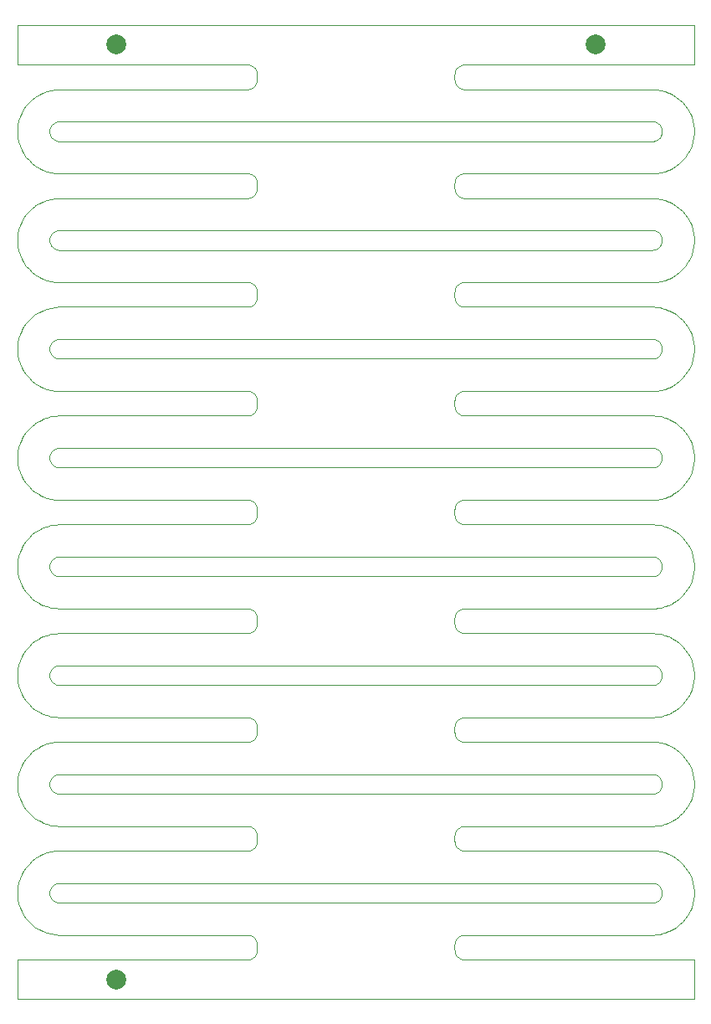
<source format=gbr>
G04 #@! TF.GenerationSoftware,KiCad,Pcbnew,5.1.5+dfsg1-2build2*
G04 #@! TF.CreationDate,2021-10-10T04:01:18+00:00*
G04 #@! TF.ProjectId,bobbin_top_3.3,626f6262-696e-45f7-946f-705f332e332e,rev?*
G04 #@! TF.SameCoordinates,Original*
G04 #@! TF.FileFunction,Soldermask,Bot*
G04 #@! TF.FilePolarity,Negative*
%FSLAX46Y46*%
G04 Gerber Fmt 4.6, Leading zero omitted, Abs format (unit mm)*
G04 Created by KiCad (PCBNEW 5.1.5+dfsg1-2build2) date 2021-10-10 04:01:18*
%MOMM*%
%LPD*%
G04 APERTURE LIST*
G04 #@! TA.AperFunction,Profile*
%ADD10C,0.100000*%
G04 #@! TD*
%ADD11C,2.000000*%
G04 APERTURE END LIST*
D10*
X114499900Y-121216000D02*
X114401200Y-121236200D01*
X114596400Y-121185700D02*
X114499900Y-121216000D01*
X114689300Y-121145900D02*
X114596400Y-121185700D01*
X114777600Y-121096800D02*
X114689300Y-121145900D01*
X114860800Y-121038900D02*
X114777600Y-121096800D01*
X114937500Y-120973100D02*
X114860800Y-121038900D01*
X115007100Y-120899800D02*
X114937500Y-120973100D01*
X115069000Y-120819900D02*
X115007100Y-120899800D01*
X115122400Y-120734100D02*
X115069000Y-120819900D01*
X115166900Y-120643400D02*
X115122400Y-120734100D01*
X115202000Y-120548600D02*
X115166900Y-120643400D01*
X115227300Y-120450800D02*
X115202000Y-120548600D01*
X115242600Y-120350800D02*
X115227300Y-120450800D01*
X115247700Y-120249900D02*
X115242600Y-120350800D01*
X115242600Y-120149200D02*
X115247700Y-120249900D01*
X115227300Y-120049300D02*
X115242600Y-120149200D01*
X115202000Y-119951500D02*
X115227300Y-120049300D01*
X115166900Y-119856700D02*
X115202000Y-119951500D01*
X115122400Y-119766000D02*
X115166900Y-119856700D01*
X115069000Y-119680200D02*
X115122400Y-119766000D01*
X115007100Y-119600300D02*
X115069000Y-119680200D01*
X114937300Y-119526800D02*
X115007100Y-119600300D01*
X114860600Y-119461000D02*
X114937300Y-119526800D01*
X114777600Y-119403300D02*
X114860600Y-119461000D01*
X114689300Y-119354200D02*
X114777600Y-119403300D01*
X114596600Y-119314500D02*
X114689300Y-119354200D01*
X114500200Y-119284200D02*
X114596600Y-119314500D01*
X114401200Y-119263900D02*
X114500200Y-119284200D01*
X114300700Y-119253600D02*
X114401200Y-119263900D01*
X114224800Y-119251000D02*
X114300700Y-119253600D01*
X54275500Y-119251000D02*
X114224800Y-119251000D01*
X54199100Y-119253600D02*
X54275500Y-119251000D01*
X54098800Y-119263900D02*
X54199100Y-119253600D01*
X53999800Y-119284200D02*
X54098800Y-119263900D01*
X53903400Y-119314500D02*
X53999800Y-119284200D01*
X53810500Y-119354400D02*
X53903400Y-119314500D01*
X53722100Y-119403400D02*
X53810500Y-119354400D01*
X53639200Y-119461200D02*
X53722100Y-119403400D01*
X53562500Y-119527000D02*
X53639200Y-119461200D01*
X53492900Y-119600300D02*
X53562500Y-119527000D01*
X53431000Y-119680200D02*
X53492900Y-119600300D01*
X53377600Y-119766000D02*
X53431000Y-119680200D01*
X53333100Y-119856700D02*
X53377600Y-119766000D01*
X53298100Y-119951200D02*
X53333100Y-119856700D01*
X53272700Y-120049100D02*
X53298100Y-119951200D01*
X53257400Y-120149000D02*
X53272700Y-120049100D01*
X53252300Y-120249900D02*
X53257400Y-120149000D01*
X53257400Y-120350800D02*
X53252300Y-120249900D01*
X53272700Y-120450800D02*
X53257400Y-120350800D01*
X53298000Y-120548600D02*
X53272700Y-120450800D01*
X53333100Y-120643400D02*
X53298000Y-120548600D01*
X53377600Y-120734100D02*
X53333100Y-120643400D01*
X53431000Y-120819900D02*
X53377600Y-120734100D01*
X53492900Y-120899800D02*
X53431000Y-120819900D01*
X53562500Y-120973100D02*
X53492900Y-120899800D01*
X53639200Y-121038900D02*
X53562500Y-120973100D01*
X53722100Y-121096700D02*
X53639200Y-121038900D01*
X53810500Y-121145700D02*
X53722100Y-121096700D01*
X53903400Y-121185600D02*
X53810500Y-121145700D01*
X53999800Y-121215900D02*
X53903400Y-121185600D01*
X54098800Y-121236200D02*
X53999800Y-121215900D01*
X54199300Y-121246500D02*
X54098800Y-121236200D01*
X54275200Y-121249000D02*
X54199300Y-121246500D01*
X114225000Y-121249000D02*
X54275200Y-121249000D01*
X114300400Y-121246500D02*
X114225000Y-121249000D01*
X114401200Y-121236200D02*
X114300400Y-121246500D01*
X114499900Y-110215900D02*
X114401100Y-110236200D01*
X114596400Y-110185700D02*
X114499900Y-110215900D01*
X114689300Y-110145900D02*
X114596400Y-110185700D01*
X114777600Y-110096800D02*
X114689300Y-110145900D01*
X114860800Y-110038900D02*
X114777600Y-110096800D01*
X114937500Y-109973100D02*
X114860800Y-110038900D01*
X115007100Y-109899800D02*
X114937500Y-109973100D01*
X115069000Y-109819900D02*
X115007100Y-109899800D01*
X115122400Y-109734100D02*
X115069000Y-109819900D01*
X115166900Y-109643400D02*
X115122400Y-109734100D01*
X115202000Y-109548600D02*
X115166900Y-109643400D01*
X115227300Y-109450700D02*
X115202000Y-109548600D01*
X115242600Y-109350800D02*
X115227300Y-109450700D01*
X115247700Y-109249900D02*
X115242600Y-109350800D01*
X115242600Y-109149200D02*
X115247700Y-109249900D01*
X115227300Y-109049300D02*
X115242600Y-109149200D01*
X115202000Y-108951500D02*
X115227300Y-109049300D01*
X115166900Y-108856700D02*
X115202000Y-108951500D01*
X115122400Y-108766000D02*
X115166900Y-108856700D01*
X115069000Y-108680200D02*
X115122400Y-108766000D01*
X115007100Y-108600300D02*
X115069000Y-108680200D01*
X114937300Y-108526800D02*
X115007100Y-108600300D01*
X114860600Y-108461000D02*
X114937300Y-108526800D01*
X114777600Y-108403300D02*
X114860600Y-108461000D01*
X114689300Y-108354200D02*
X114777600Y-108403300D01*
X114596600Y-108314500D02*
X114689300Y-108354200D01*
X114500200Y-108284200D02*
X114596600Y-108314500D01*
X114401200Y-108263900D02*
X114500200Y-108284200D01*
X114300700Y-108253600D02*
X114401200Y-108263900D01*
X114224800Y-108251000D02*
X114300700Y-108253600D01*
X54275400Y-108251000D02*
X114224800Y-108251000D01*
X54199100Y-108253600D02*
X54275400Y-108251000D01*
X54098800Y-108263900D02*
X54199100Y-108253600D01*
X53999800Y-108284200D02*
X54098800Y-108263900D01*
X53903400Y-108314500D02*
X53999800Y-108284200D01*
X53810500Y-108354300D02*
X53903400Y-108314500D01*
X53722100Y-108403400D02*
X53810500Y-108354300D01*
X53639200Y-108461200D02*
X53722100Y-108403400D01*
X53562500Y-108527000D02*
X53639200Y-108461200D01*
X53492900Y-108600300D02*
X53562500Y-108527000D01*
X53431000Y-108680200D02*
X53492900Y-108600300D01*
X53377600Y-108766000D02*
X53431000Y-108680200D01*
X53333100Y-108856700D02*
X53377600Y-108766000D01*
X53298100Y-108951200D02*
X53333100Y-108856700D01*
X53272700Y-109049100D02*
X53298100Y-108951200D01*
X53257400Y-109149000D02*
X53272700Y-109049100D01*
X53252300Y-109249900D02*
X53257400Y-109149000D01*
X53257400Y-109350800D02*
X53252300Y-109249900D01*
X53272700Y-109450700D02*
X53257400Y-109350800D01*
X53298000Y-109548600D02*
X53272700Y-109450700D01*
X53333100Y-109643400D02*
X53298000Y-109548600D01*
X53377600Y-109734100D02*
X53333100Y-109643400D01*
X53431000Y-109819900D02*
X53377600Y-109734100D01*
X53492900Y-109899800D02*
X53431000Y-109819900D01*
X53562500Y-109973100D02*
X53492900Y-109899800D01*
X53639200Y-110038900D02*
X53562500Y-109973100D01*
X53722100Y-110096700D02*
X53639200Y-110038900D01*
X53810500Y-110145700D02*
X53722100Y-110096700D01*
X53903400Y-110185600D02*
X53810500Y-110145700D01*
X53999800Y-110215900D02*
X53903400Y-110185600D01*
X54098800Y-110236200D02*
X53999800Y-110215900D01*
X54199300Y-110246500D02*
X54098800Y-110236200D01*
X54275200Y-110249000D02*
X54199300Y-110246500D01*
X114225000Y-110249000D02*
X54275200Y-110249000D01*
X114300500Y-110246500D02*
X114225000Y-110249000D01*
X114401100Y-110236200D02*
X114300500Y-110246500D01*
X114499900Y-99215900D02*
X114401100Y-99236200D01*
X114596400Y-99185700D02*
X114499900Y-99215900D01*
X114689300Y-99145800D02*
X114596400Y-99185700D01*
X114777600Y-99096800D02*
X114689300Y-99145800D01*
X114860800Y-99038900D02*
X114777600Y-99096800D01*
X114937500Y-98973100D02*
X114860800Y-99038900D01*
X115007100Y-98899800D02*
X114937500Y-98973100D01*
X115069000Y-98819900D02*
X115007100Y-98899800D01*
X115122400Y-98734100D02*
X115069000Y-98819900D01*
X115166900Y-98643400D02*
X115122400Y-98734100D01*
X115202000Y-98548600D02*
X115166900Y-98643400D01*
X115227300Y-98450700D02*
X115202000Y-98548600D01*
X115242600Y-98350800D02*
X115227300Y-98450700D01*
X115247700Y-98249900D02*
X115242600Y-98350800D01*
X115242600Y-98149200D02*
X115247700Y-98249900D01*
X115227300Y-98049300D02*
X115242600Y-98149200D01*
X115202000Y-97951500D02*
X115227300Y-98049300D01*
X115166900Y-97856700D02*
X115202000Y-97951500D01*
X115122400Y-97766000D02*
X115166900Y-97856700D01*
X115069000Y-97680200D02*
X115122400Y-97766000D01*
X115007100Y-97600300D02*
X115069000Y-97680200D01*
X114937300Y-97526800D02*
X115007100Y-97600300D01*
X114860600Y-97461000D02*
X114937300Y-97526800D01*
X114777600Y-97403300D02*
X114860600Y-97461000D01*
X114689300Y-97354200D02*
X114777600Y-97403300D01*
X114596600Y-97314500D02*
X114689300Y-97354200D01*
X114500200Y-97284200D02*
X114596600Y-97314500D01*
X114401200Y-97263800D02*
X114500200Y-97284200D01*
X114300700Y-97253600D02*
X114401200Y-97263800D01*
X114224800Y-97251000D02*
X114300700Y-97253600D01*
X54275400Y-97251000D02*
X114224800Y-97251000D01*
X54199200Y-97253600D02*
X54275400Y-97251000D01*
X54098800Y-97263800D02*
X54199200Y-97253600D01*
X53999800Y-97284200D02*
X54098800Y-97263800D01*
X53903400Y-97314500D02*
X53999800Y-97284200D01*
X53810500Y-97354300D02*
X53903400Y-97314500D01*
X53722100Y-97403400D02*
X53810500Y-97354300D01*
X53639200Y-97461100D02*
X53722100Y-97403400D01*
X53562500Y-97527000D02*
X53639200Y-97461100D01*
X53492900Y-97600300D02*
X53562500Y-97527000D01*
X53431000Y-97680200D02*
X53492900Y-97600300D01*
X53377600Y-97766000D02*
X53431000Y-97680200D01*
X53333100Y-97856700D02*
X53377600Y-97766000D01*
X53298100Y-97951200D02*
X53333100Y-97856700D01*
X53272700Y-98049100D02*
X53298100Y-97951200D01*
X53257400Y-98149000D02*
X53272700Y-98049100D01*
X53252300Y-98249900D02*
X53257400Y-98149000D01*
X53257400Y-98350800D02*
X53252300Y-98249900D01*
X53272700Y-98450700D02*
X53257400Y-98350800D01*
X53298000Y-98548600D02*
X53272700Y-98450700D01*
X53333100Y-98643400D02*
X53298000Y-98548600D01*
X53377600Y-98734100D02*
X53333100Y-98643400D01*
X53431000Y-98819900D02*
X53377600Y-98734100D01*
X53492900Y-98899800D02*
X53431000Y-98819900D01*
X53562500Y-98973100D02*
X53492900Y-98899800D01*
X53639200Y-99038900D02*
X53562500Y-98973100D01*
X53722100Y-99096700D02*
X53639200Y-99038900D01*
X53810500Y-99145700D02*
X53722100Y-99096700D01*
X53903400Y-99185600D02*
X53810500Y-99145700D01*
X53999800Y-99215900D02*
X53903400Y-99185600D01*
X54098800Y-99236200D02*
X53999800Y-99215900D01*
X54199300Y-99246500D02*
X54098800Y-99236200D01*
X54275200Y-99249000D02*
X54199300Y-99246500D01*
X114224900Y-99249000D02*
X54275200Y-99249000D01*
X114300500Y-99246500D02*
X114224900Y-99249000D01*
X114401100Y-99236200D02*
X114300500Y-99246500D01*
X114499900Y-88215900D02*
X114401100Y-88236200D01*
X114596400Y-88185700D02*
X114499900Y-88215900D01*
X114689300Y-88145800D02*
X114596400Y-88185700D01*
X114777600Y-88096800D02*
X114689300Y-88145800D01*
X114860800Y-88038900D02*
X114777600Y-88096800D01*
X114937500Y-87973100D02*
X114860800Y-88038900D01*
X115007100Y-87899800D02*
X114937500Y-87973100D01*
X115069000Y-87819900D02*
X115007100Y-87899800D01*
X115122400Y-87734100D02*
X115069000Y-87819900D01*
X115166900Y-87643400D02*
X115122400Y-87734100D01*
X115202000Y-87548600D02*
X115166900Y-87643400D01*
X115227300Y-87450700D02*
X115202000Y-87548600D01*
X115242600Y-87350800D02*
X115227300Y-87450700D01*
X115247700Y-87249900D02*
X115242600Y-87350800D01*
X115242600Y-87149200D02*
X115247700Y-87249900D01*
X115227300Y-87049300D02*
X115242600Y-87149200D01*
X115202000Y-86951500D02*
X115227300Y-87049300D01*
X115166900Y-86856700D02*
X115202000Y-86951500D01*
X115122400Y-86766000D02*
X115166900Y-86856700D01*
X115069000Y-86680200D02*
X115122400Y-86766000D01*
X115007100Y-86600200D02*
X115069000Y-86680200D01*
X114937300Y-86526800D02*
X115007100Y-86600200D01*
X114860600Y-86461000D02*
X114937300Y-86526800D01*
X114777600Y-86403200D02*
X114860600Y-86461000D01*
X114689300Y-86354200D02*
X114777600Y-86403200D01*
X114596600Y-86314500D02*
X114689300Y-86354200D01*
X114500200Y-86284200D02*
X114596600Y-86314500D01*
X114401200Y-86263800D02*
X114500200Y-86284200D01*
X114300700Y-86253600D02*
X114401200Y-86263800D01*
X114224800Y-86251000D02*
X114300700Y-86253600D01*
X54275400Y-86251000D02*
X114224800Y-86251000D01*
X54199200Y-86253600D02*
X54275400Y-86251000D01*
X54098800Y-86263800D02*
X54199200Y-86253600D01*
X53999800Y-86284200D02*
X54098800Y-86263800D01*
X53903400Y-86314500D02*
X53999800Y-86284200D01*
X53810500Y-86354300D02*
X53903400Y-86314500D01*
X53722100Y-86403400D02*
X53810500Y-86354300D01*
X53639200Y-86461100D02*
X53722100Y-86403400D01*
X53562500Y-86527000D02*
X53639200Y-86461100D01*
X53492900Y-86600200D02*
X53562500Y-86527000D01*
X53431000Y-86680200D02*
X53492900Y-86600200D01*
X53377600Y-86766000D02*
X53431000Y-86680200D01*
X53333100Y-86856700D02*
X53377600Y-86766000D01*
X53298100Y-86951200D02*
X53333100Y-86856700D01*
X53272700Y-87049100D02*
X53298100Y-86951200D01*
X53257400Y-87149000D02*
X53272700Y-87049100D01*
X53252300Y-87249900D02*
X53257400Y-87149000D01*
X53257400Y-87350800D02*
X53252300Y-87249900D01*
X53272700Y-87450700D02*
X53257400Y-87350800D01*
X53298000Y-87548600D02*
X53272700Y-87450700D01*
X53333100Y-87643400D02*
X53298000Y-87548600D01*
X53377600Y-87734100D02*
X53333100Y-87643400D01*
X53431000Y-87819900D02*
X53377600Y-87734100D01*
X53492900Y-87899800D02*
X53431000Y-87819900D01*
X53562500Y-87973100D02*
X53492900Y-87899800D01*
X53639200Y-88038900D02*
X53562500Y-87973100D01*
X53722100Y-88096700D02*
X53639200Y-88038900D01*
X53810500Y-88145700D02*
X53722100Y-88096700D01*
X53903400Y-88185600D02*
X53810500Y-88145700D01*
X53999800Y-88215900D02*
X53903400Y-88185600D01*
X54098800Y-88236200D02*
X53999800Y-88215900D01*
X54199300Y-88246500D02*
X54098800Y-88236200D01*
X54275200Y-88249000D02*
X54199300Y-88246500D01*
X114224900Y-88249000D02*
X54275200Y-88249000D01*
X114300500Y-88246400D02*
X114224900Y-88249000D01*
X114401100Y-88236200D02*
X114300500Y-88246400D01*
X114499900Y-77215900D02*
X114401000Y-77236200D01*
X114596400Y-77185700D02*
X114499900Y-77215900D01*
X114689300Y-77145800D02*
X114596400Y-77185700D01*
X114777600Y-77096800D02*
X114689300Y-77145800D01*
X114860800Y-77038900D02*
X114777600Y-77096800D01*
X114937500Y-76973100D02*
X114860800Y-77038900D01*
X115007100Y-76899800D02*
X114937500Y-76973100D01*
X115069000Y-76819900D02*
X115007100Y-76899800D01*
X115122400Y-76734100D02*
X115069000Y-76819900D01*
X115166900Y-76643300D02*
X115122400Y-76734100D01*
X115202000Y-76548600D02*
X115166900Y-76643300D01*
X115227300Y-76450700D02*
X115202000Y-76548600D01*
X115242600Y-76350800D02*
X115227300Y-76450700D01*
X115247700Y-76249900D02*
X115242600Y-76350800D01*
X115242600Y-76149200D02*
X115247700Y-76249900D01*
X115227300Y-76049300D02*
X115242600Y-76149200D01*
X115202000Y-75951500D02*
X115227300Y-76049300D01*
X115166900Y-75856700D02*
X115202000Y-75951500D01*
X115122400Y-75765900D02*
X115166900Y-75856700D01*
X115069000Y-75680200D02*
X115122400Y-75765900D01*
X115007100Y-75600200D02*
X115069000Y-75680200D01*
X114937300Y-75526800D02*
X115007100Y-75600200D01*
X114860600Y-75461000D02*
X114937300Y-75526800D01*
X114777600Y-75403200D02*
X114860600Y-75461000D01*
X114689300Y-75354200D02*
X114777600Y-75403200D01*
X114596600Y-75314500D02*
X114689300Y-75354200D01*
X114500200Y-75284200D02*
X114596600Y-75314500D01*
X114401200Y-75263800D02*
X114500200Y-75284200D01*
X114300700Y-75253600D02*
X114401200Y-75263800D01*
X114224800Y-75251000D02*
X114300700Y-75253600D01*
X54275300Y-75251000D02*
X114224800Y-75251000D01*
X54199200Y-75253600D02*
X54275300Y-75251000D01*
X54098800Y-75263800D02*
X54199200Y-75253600D01*
X53999800Y-75284200D02*
X54098800Y-75263800D01*
X53903400Y-75314500D02*
X53999800Y-75284200D01*
X53810500Y-75354300D02*
X53903400Y-75314500D01*
X53722100Y-75403400D02*
X53810500Y-75354300D01*
X53639200Y-75461100D02*
X53722100Y-75403400D01*
X53562500Y-75527000D02*
X53639200Y-75461100D01*
X53492900Y-75600200D02*
X53562500Y-75527000D01*
X53431000Y-75680200D02*
X53492900Y-75600200D01*
X53377600Y-75765900D02*
X53431000Y-75680200D01*
X53333100Y-75856700D02*
X53377600Y-75765900D01*
X53298100Y-75951200D02*
X53333100Y-75856700D01*
X53272700Y-76049000D02*
X53298100Y-75951200D01*
X53257400Y-76148900D02*
X53272700Y-76049000D01*
X53252300Y-76249900D02*
X53257400Y-76148900D01*
X53257400Y-76350800D02*
X53252300Y-76249900D01*
X53272700Y-76450700D02*
X53257400Y-76350800D01*
X53298000Y-76548600D02*
X53272700Y-76450700D01*
X53333100Y-76643300D02*
X53298000Y-76548600D01*
X53377600Y-76734100D02*
X53333100Y-76643300D01*
X53431000Y-76819900D02*
X53377600Y-76734100D01*
X53492900Y-76899800D02*
X53431000Y-76819900D01*
X53562500Y-76973100D02*
X53492900Y-76899800D01*
X53639200Y-77038900D02*
X53562500Y-76973100D01*
X53722100Y-77096700D02*
X53639200Y-77038900D01*
X53810500Y-77145700D02*
X53722100Y-77096700D01*
X53903400Y-77185600D02*
X53810500Y-77145700D01*
X53999800Y-77215800D02*
X53903400Y-77185600D01*
X54098800Y-77236200D02*
X53999800Y-77215800D01*
X54199300Y-77246400D02*
X54098800Y-77236200D01*
X54275200Y-77249000D02*
X54199300Y-77246400D01*
X114224800Y-77249000D02*
X54275200Y-77249000D01*
X114300600Y-77246400D02*
X114224800Y-77249000D01*
X114401000Y-77236200D02*
X114300600Y-77246400D01*
X114499900Y-66215900D02*
X114401000Y-66236200D01*
X114596400Y-66185700D02*
X114499900Y-66215900D01*
X114689300Y-66145800D02*
X114596400Y-66185700D01*
X114777600Y-66096800D02*
X114689300Y-66145800D01*
X114860600Y-66039100D02*
X114777600Y-66096800D01*
X114937300Y-65973200D02*
X114860600Y-66039100D01*
X115007100Y-65899800D02*
X114937300Y-65973200D01*
X115069000Y-65819900D02*
X115007100Y-65899800D01*
X115122300Y-65734300D02*
X115069000Y-65819900D01*
X115166800Y-65643600D02*
X115122300Y-65734300D01*
X115201900Y-65548800D02*
X115166800Y-65643600D01*
X115227300Y-65451000D02*
X115201900Y-65548800D01*
X115242600Y-65351100D02*
X115227300Y-65451000D01*
X115247700Y-65250100D02*
X115242600Y-65351100D01*
X115242600Y-65149200D02*
X115247700Y-65250100D01*
X115227300Y-65049300D02*
X115242600Y-65149200D01*
X115202000Y-64951500D02*
X115227300Y-65049300D01*
X115166900Y-64856700D02*
X115202000Y-64951500D01*
X115122400Y-64765900D02*
X115166900Y-64856700D01*
X115069000Y-64680200D02*
X115122400Y-64765900D01*
X115007100Y-64600200D02*
X115069000Y-64680200D01*
X114937300Y-64526800D02*
X115007100Y-64600200D01*
X114860600Y-64461000D02*
X114937300Y-64526800D01*
X114777900Y-64403400D02*
X114860600Y-64461000D01*
X114689500Y-64354300D02*
X114777900Y-64403400D01*
X114596600Y-64314400D02*
X114689500Y-64354300D01*
X114500200Y-64284200D02*
X114596600Y-64314400D01*
X114401200Y-64263800D02*
X114500200Y-64284200D01*
X114300700Y-64253600D02*
X114401200Y-64263800D01*
X114224800Y-64251000D02*
X114300700Y-64253600D01*
X54275300Y-64251000D02*
X114224800Y-64251000D01*
X54199300Y-64253600D02*
X54275300Y-64251000D01*
X54098800Y-64263800D02*
X54199300Y-64253600D01*
X53999800Y-64284200D02*
X54098800Y-64263800D01*
X53903400Y-64314400D02*
X53999800Y-64284200D01*
X53810500Y-64354300D02*
X53903400Y-64314400D01*
X53722100Y-64403400D02*
X53810500Y-64354300D01*
X53639200Y-64461100D02*
X53722100Y-64403400D01*
X53562500Y-64527000D02*
X53639200Y-64461100D01*
X53492900Y-64600200D02*
X53562500Y-64527000D01*
X53431000Y-64680200D02*
X53492900Y-64600200D01*
X53377600Y-64765900D02*
X53431000Y-64680200D01*
X53333100Y-64856700D02*
X53377600Y-64765900D01*
X53298000Y-64951500D02*
X53333100Y-64856700D01*
X53272700Y-65049000D02*
X53298000Y-64951500D01*
X53257400Y-65148900D02*
X53272700Y-65049000D01*
X53252300Y-65249900D02*
X53257400Y-65148900D01*
X53257400Y-65350800D02*
X53252300Y-65249900D01*
X53272700Y-65450700D02*
X53257400Y-65350800D01*
X53298000Y-65548600D02*
X53272700Y-65450700D01*
X53333100Y-65643300D02*
X53298000Y-65548600D01*
X53377600Y-65734100D02*
X53333100Y-65643300D01*
X53431000Y-65819900D02*
X53377600Y-65734100D01*
X53492900Y-65899800D02*
X53431000Y-65819900D01*
X53562500Y-65973100D02*
X53492900Y-65899800D01*
X53639200Y-66038900D02*
X53562500Y-65973100D01*
X53722100Y-66096600D02*
X53639200Y-66038900D01*
X53810500Y-66145700D02*
X53722100Y-66096600D01*
X53903400Y-66185600D02*
X53810500Y-66145700D01*
X53999800Y-66215800D02*
X53903400Y-66185600D01*
X54098800Y-66236200D02*
X53999800Y-66215800D01*
X54199300Y-66246400D02*
X54098800Y-66236200D01*
X54275200Y-66249000D02*
X54199300Y-66246400D01*
X114224800Y-66249000D02*
X54275200Y-66249000D01*
X114300600Y-66246400D02*
X114224800Y-66249000D01*
X114401000Y-66236200D02*
X114300600Y-66246400D01*
X114499900Y-55215900D02*
X114401000Y-55236200D01*
X114596400Y-55185700D02*
X114499900Y-55215900D01*
X114689300Y-55145800D02*
X114596400Y-55185700D01*
X114777600Y-55096800D02*
X114689300Y-55145800D01*
X114860600Y-55039100D02*
X114777600Y-55096800D01*
X114937300Y-54973200D02*
X114860600Y-55039100D01*
X115007100Y-54899800D02*
X114937300Y-54973200D01*
X115069000Y-54819900D02*
X115007100Y-54899800D01*
X115122300Y-54734300D02*
X115069000Y-54819900D01*
X115166800Y-54643600D02*
X115122300Y-54734300D01*
X115201900Y-54548800D02*
X115166800Y-54643600D01*
X115227300Y-54451000D02*
X115201900Y-54548800D01*
X115242600Y-54351100D02*
X115227300Y-54451000D01*
X115247700Y-54250100D02*
X115242600Y-54351100D01*
X115242600Y-54149200D02*
X115247700Y-54250100D01*
X115227300Y-54049300D02*
X115242600Y-54149200D01*
X115202000Y-53951500D02*
X115227300Y-54049300D01*
X115166900Y-53856700D02*
X115202000Y-53951500D01*
X115122400Y-53765900D02*
X115166900Y-53856700D01*
X115069000Y-53680200D02*
X115122400Y-53765900D01*
X115007100Y-53600200D02*
X115069000Y-53680200D01*
X114937300Y-53526800D02*
X115007100Y-53600200D01*
X114860600Y-53460900D02*
X114937300Y-53526800D01*
X114777900Y-53403400D02*
X114860600Y-53460900D01*
X114689500Y-53354300D02*
X114777900Y-53403400D01*
X114596600Y-53314400D02*
X114689500Y-53354300D01*
X114500200Y-53284200D02*
X114596600Y-53314400D01*
X114401200Y-53263800D02*
X114500200Y-53284200D01*
X114300700Y-53253600D02*
X114401200Y-53263800D01*
X114224800Y-53251000D02*
X114300700Y-53253600D01*
X54275200Y-53251000D02*
X114224800Y-53251000D01*
X54199300Y-53253600D02*
X54275200Y-53251000D01*
X54098800Y-53263800D02*
X54199300Y-53253600D01*
X53999800Y-53284200D02*
X54098800Y-53263800D01*
X53903400Y-53314400D02*
X53999800Y-53284200D01*
X53810500Y-53354300D02*
X53903400Y-53314400D01*
X53722100Y-53403400D02*
X53810500Y-53354300D01*
X53639200Y-53461100D02*
X53722100Y-53403400D01*
X53562500Y-53527000D02*
X53639200Y-53461100D01*
X53492900Y-53600200D02*
X53562500Y-53527000D01*
X53431000Y-53680200D02*
X53492900Y-53600200D01*
X53377600Y-53765900D02*
X53431000Y-53680200D01*
X53333100Y-53856700D02*
X53377600Y-53765900D01*
X53298000Y-53951500D02*
X53333100Y-53856700D01*
X53272700Y-54049000D02*
X53298000Y-53951500D01*
X53257400Y-54148900D02*
X53272700Y-54049000D01*
X53252300Y-54249900D02*
X53257400Y-54148900D01*
X53257400Y-54350800D02*
X53252300Y-54249900D01*
X53272700Y-54450700D02*
X53257400Y-54350800D01*
X53298000Y-54548500D02*
X53272700Y-54450700D01*
X53333100Y-54643300D02*
X53298000Y-54548500D01*
X53377600Y-54734100D02*
X53333100Y-54643300D01*
X53431000Y-54819900D02*
X53377600Y-54734100D01*
X53492900Y-54899800D02*
X53431000Y-54819900D01*
X53562500Y-54973000D02*
X53492900Y-54899800D01*
X53639200Y-55038900D02*
X53562500Y-54973000D01*
X53722100Y-55096600D02*
X53639200Y-55038900D01*
X53810500Y-55145700D02*
X53722100Y-55096600D01*
X53903400Y-55185600D02*
X53810500Y-55145700D01*
X53999800Y-55215800D02*
X53903400Y-55185600D01*
X54098800Y-55236200D02*
X53999800Y-55215800D01*
X54199300Y-55246400D02*
X54098800Y-55236200D01*
X54275200Y-55249000D02*
X54199300Y-55246400D01*
X114224800Y-55249000D02*
X54275200Y-55249000D01*
X114300700Y-55246400D02*
X114224800Y-55249000D01*
X114401000Y-55236200D02*
X114300700Y-55246400D01*
X114500200Y-132215900D02*
X114400700Y-132236300D01*
X114596600Y-132185600D02*
X114500200Y-132215900D01*
X114689500Y-132145800D02*
X114596600Y-132185600D01*
X114777900Y-132096700D02*
X114689500Y-132145800D01*
X114860800Y-132038900D02*
X114777900Y-132096700D01*
X114937500Y-131973100D02*
X114860800Y-132038900D01*
X115007100Y-131899800D02*
X114937500Y-131973100D01*
X115069000Y-131819900D02*
X115007100Y-131899800D01*
X115122400Y-131734100D02*
X115069000Y-131819900D01*
X115166900Y-131643400D02*
X115122400Y-131734100D01*
X115202000Y-131548600D02*
X115166900Y-131643400D01*
X115227300Y-131450800D02*
X115202000Y-131548600D01*
X115242600Y-131350900D02*
X115227300Y-131450800D01*
X115247700Y-131249900D02*
X115242600Y-131350900D01*
X115242600Y-131149300D02*
X115247700Y-131249900D01*
X115227300Y-131049400D02*
X115242600Y-131149300D01*
X115202000Y-130951500D02*
X115227300Y-131049400D01*
X115166900Y-130856700D02*
X115202000Y-130951500D01*
X115122400Y-130766000D02*
X115166900Y-130856700D01*
X115069000Y-130680200D02*
X115122400Y-130766000D01*
X115007100Y-130600300D02*
X115069000Y-130680200D01*
X114937300Y-130526800D02*
X115007100Y-130600300D01*
X114860600Y-130461000D02*
X114937300Y-130526800D01*
X114777600Y-130403300D02*
X114860600Y-130461000D01*
X114689300Y-130354200D02*
X114777600Y-130403300D01*
X114596600Y-130314500D02*
X114689300Y-130354200D01*
X114500200Y-130284200D02*
X114596600Y-130314500D01*
X114401200Y-130263900D02*
X114500200Y-130284200D01*
X114300700Y-130253600D02*
X114401200Y-130263900D01*
X114224800Y-130251100D02*
X114300700Y-130253600D01*
X54275000Y-130251100D02*
X114224800Y-130251100D01*
X54199500Y-130253600D02*
X54275000Y-130251100D01*
X54098800Y-130263900D02*
X54199500Y-130253600D01*
X53999800Y-130284200D02*
X54098800Y-130263900D01*
X53903400Y-130314500D02*
X53999800Y-130284200D01*
X53810500Y-130354400D02*
X53903400Y-130314500D01*
X53722100Y-130403400D02*
X53810500Y-130354400D01*
X53639200Y-130461200D02*
X53722100Y-130403400D01*
X53562500Y-130527000D02*
X53639200Y-130461200D01*
X53492900Y-130600300D02*
X53562500Y-130527000D01*
X53431000Y-130680200D02*
X53492900Y-130600300D01*
X53377600Y-130766000D02*
X53431000Y-130680200D01*
X53333100Y-130856700D02*
X53377600Y-130766000D01*
X53298100Y-130951200D02*
X53333100Y-130856700D01*
X53272700Y-131049100D02*
X53298100Y-130951200D01*
X53257400Y-131149000D02*
X53272700Y-131049100D01*
X53252300Y-131249900D02*
X53257400Y-131149000D01*
X53257400Y-131350900D02*
X53252300Y-131249900D01*
X53272700Y-131450800D02*
X53257400Y-131350900D01*
X53298000Y-131548600D02*
X53272700Y-131450800D01*
X53333100Y-131643400D02*
X53298000Y-131548600D01*
X53377600Y-131734100D02*
X53333100Y-131643400D01*
X53431000Y-131819900D02*
X53377600Y-131734100D01*
X53492900Y-131899800D02*
X53431000Y-131819900D01*
X53562500Y-131973100D02*
X53492900Y-131899800D01*
X53639200Y-132038900D02*
X53562500Y-131973100D01*
X53722100Y-132096700D02*
X53639200Y-132038900D01*
X53810500Y-132145800D02*
X53722100Y-132096700D01*
X53903400Y-132185600D02*
X53810500Y-132145800D01*
X53999800Y-132215900D02*
X53903400Y-132185600D01*
X54098800Y-132236200D02*
X53999800Y-132215900D01*
X54199300Y-132246500D02*
X54098800Y-132236200D01*
X54275200Y-132249100D02*
X54199300Y-132246500D01*
X114224500Y-132249100D02*
X54275200Y-132249100D01*
X114300900Y-132246500D02*
X114224500Y-132249100D01*
X114400700Y-132236300D02*
X114300900Y-132246500D01*
X118471000Y-43499000D02*
X50014600Y-43499700D01*
X118487300Y-43500000D02*
X118471000Y-43499000D01*
X118492900Y-43503700D02*
X118487300Y-43500000D01*
X118494800Y-43508200D02*
X118492900Y-43503700D01*
X118495500Y-43523500D02*
X118494800Y-43508200D01*
X118495500Y-47475500D02*
X118495500Y-43523500D01*
X118494300Y-47492700D02*
X118495500Y-47475500D01*
X118491600Y-47496700D02*
X118494300Y-47492700D01*
X118487300Y-47499000D02*
X118491600Y-47496700D01*
X95241200Y-47500000D02*
X118487300Y-47499000D01*
X95144000Y-47504800D02*
X95241200Y-47500000D01*
X95047900Y-47519000D02*
X95144000Y-47504800D01*
X94953600Y-47542600D02*
X95047900Y-47519000D01*
X94862200Y-47575400D02*
X94953600Y-47542600D01*
X94774300Y-47616900D02*
X94862200Y-47575400D01*
X94691000Y-47666900D02*
X94774300Y-47616900D01*
X94613000Y-47724700D02*
X94691000Y-47666900D01*
X94541000Y-47790000D02*
X94613000Y-47724700D01*
X94475700Y-47862000D02*
X94541000Y-47790000D01*
X94417900Y-47940000D02*
X94475700Y-47862000D01*
X94367900Y-48023300D02*
X94417900Y-47940000D01*
X94326400Y-48111100D02*
X94367900Y-48023300D01*
X94293600Y-48202600D02*
X94326400Y-48111100D01*
X94270000Y-48296900D02*
X94293600Y-48202600D01*
X94255800Y-48393000D02*
X94270000Y-48296900D01*
X94251000Y-48490200D02*
X94255800Y-48393000D01*
X94251000Y-49008800D02*
X94251000Y-48490200D01*
X94255800Y-49106000D02*
X94251000Y-49008800D01*
X94270000Y-49202100D02*
X94255800Y-49106000D01*
X94293600Y-49296400D02*
X94270000Y-49202100D01*
X94326400Y-49387900D02*
X94293600Y-49296400D01*
X94367900Y-49475700D02*
X94326400Y-49387900D01*
X94417900Y-49559000D02*
X94367900Y-49475700D01*
X94475700Y-49637000D02*
X94417900Y-49559000D01*
X94541000Y-49709000D02*
X94475700Y-49637000D01*
X94613000Y-49774300D02*
X94541000Y-49709000D01*
X94691000Y-49832100D02*
X94613000Y-49774300D01*
X94774300Y-49882100D02*
X94691000Y-49832100D01*
X94862200Y-49923600D02*
X94774300Y-49882100D01*
X94953600Y-49956400D02*
X94862200Y-49923600D01*
X95047900Y-49980000D02*
X94953600Y-49956400D01*
X95144000Y-49994200D02*
X95047900Y-49980000D01*
X95241200Y-49999000D02*
X95144000Y-49994200D01*
X114243700Y-49999000D02*
X95241200Y-49999000D01*
X114679800Y-50021100D02*
X114243700Y-49999000D01*
X115105900Y-50086400D02*
X114679800Y-50021100D01*
X115522300Y-50194200D02*
X115105900Y-50086400D01*
X115914500Y-50339100D02*
X115522300Y-50194200D01*
X115937800Y-50349100D02*
X115914500Y-50339100D01*
X116301600Y-50527500D02*
X115937800Y-50349100D01*
X116323800Y-50539900D02*
X116301600Y-50527500D01*
X116678500Y-50761400D02*
X116323800Y-50539900D01*
X117018600Y-51024600D02*
X116678500Y-50761400D01*
X117330700Y-51321300D02*
X117018600Y-51024600D01*
X117603300Y-51638300D02*
X117330700Y-51321300D01*
X117618900Y-51658400D02*
X117603300Y-51638300D01*
X117850300Y-51990900D02*
X117618900Y-51658400D01*
X117863800Y-52012500D02*
X117850300Y-51990900D01*
X118066400Y-52378300D02*
X117863800Y-52012500D01*
X118236000Y-52773500D02*
X118066400Y-52378300D01*
X118364900Y-53184300D02*
X118236000Y-52773500D01*
X118449400Y-53593800D02*
X118364900Y-53184300D01*
X118453300Y-53618900D02*
X118449400Y-53593800D01*
X118494300Y-54022000D02*
X118453300Y-53618900D01*
X118495500Y-54047400D02*
X118494300Y-54022000D01*
X118495200Y-54465600D02*
X118495500Y-54047400D01*
X118451700Y-54893400D02*
X118495200Y-54465600D01*
X118365000Y-55315200D02*
X118451700Y-54893400D01*
X118240200Y-55714200D02*
X118365000Y-55315200D01*
X118231400Y-55738100D02*
X118240200Y-55714200D01*
X118071600Y-56110400D02*
X118231400Y-55738100D01*
X118060400Y-56133200D02*
X118071600Y-56110400D01*
X117857200Y-56498700D02*
X118060400Y-56133200D01*
X117611200Y-56852100D02*
X117857200Y-56498700D01*
X117331000Y-57178400D02*
X117611200Y-56852100D01*
X117018900Y-57475100D02*
X117331000Y-57178400D01*
X116678500Y-57738700D02*
X117018900Y-57475100D01*
X116323800Y-57960100D02*
X116678500Y-57738700D01*
X116301600Y-57972500D02*
X116323800Y-57960100D01*
X115937900Y-58150900D02*
X116301600Y-57972500D01*
X115914500Y-58160900D02*
X115937900Y-58150900D01*
X115522200Y-58305800D02*
X115914500Y-58160900D01*
X115105900Y-58413600D02*
X115522200Y-58305800D01*
X114679800Y-58478900D02*
X115105900Y-58413600D01*
X114243700Y-58501000D02*
X114679800Y-58478900D01*
X95241200Y-58501000D02*
X114243700Y-58501000D01*
X95144000Y-58505800D02*
X95241200Y-58501000D01*
X95047900Y-58520000D02*
X95144000Y-58505800D01*
X94953600Y-58543600D02*
X95047900Y-58520000D01*
X94862200Y-58576400D02*
X94953600Y-58543600D01*
X94774300Y-58617900D02*
X94862200Y-58576400D01*
X94691000Y-58667900D02*
X94774300Y-58617900D01*
X94613000Y-58725700D02*
X94691000Y-58667900D01*
X94541000Y-58791000D02*
X94613000Y-58725700D01*
X94475700Y-58863000D02*
X94541000Y-58791000D01*
X94417900Y-58941000D02*
X94475700Y-58863000D01*
X94367900Y-59024300D02*
X94417900Y-58941000D01*
X94326400Y-59112100D02*
X94367900Y-59024300D01*
X94293600Y-59203600D02*
X94326400Y-59112100D01*
X94270000Y-59297900D02*
X94293600Y-59203600D01*
X94255800Y-59394000D02*
X94270000Y-59297900D01*
X94251000Y-59491200D02*
X94255800Y-59394000D01*
X94251000Y-60008800D02*
X94251000Y-59491200D01*
X94255800Y-60106000D02*
X94251000Y-60008800D01*
X94270000Y-60202100D02*
X94255800Y-60106000D01*
X94293600Y-60296400D02*
X94270000Y-60202100D01*
X94326400Y-60387900D02*
X94293600Y-60296400D01*
X94367900Y-60475700D02*
X94326400Y-60387900D01*
X94417900Y-60559000D02*
X94367900Y-60475700D01*
X94475700Y-60637000D02*
X94417900Y-60559000D01*
X94541000Y-60709000D02*
X94475700Y-60637000D01*
X94613000Y-60774300D02*
X94541000Y-60709000D01*
X94691000Y-60832200D02*
X94613000Y-60774300D01*
X94774300Y-60882100D02*
X94691000Y-60832200D01*
X94862200Y-60923600D02*
X94774300Y-60882100D01*
X94953600Y-60956400D02*
X94862200Y-60923600D01*
X95047900Y-60980000D02*
X94953600Y-60956400D01*
X95144000Y-60994200D02*
X95047900Y-60980000D01*
X95241200Y-60999000D02*
X95144000Y-60994200D01*
X114243700Y-60999000D02*
X95241200Y-60999000D01*
X114680300Y-61021200D02*
X114243700Y-60999000D01*
X115093100Y-61084100D02*
X114680300Y-61021200D01*
X115117800Y-61089200D02*
X115093100Y-61084100D01*
X115522300Y-61194200D02*
X115117800Y-61089200D01*
X115914500Y-61339100D02*
X115522300Y-61194200D01*
X115937800Y-61349100D02*
X115914500Y-61339100D01*
X116301600Y-61527500D02*
X115937800Y-61349100D01*
X116323800Y-61539900D02*
X116301600Y-61527500D01*
X116678500Y-61761400D02*
X116323800Y-61539900D01*
X117018600Y-62024600D02*
X116678500Y-61761400D01*
X117330700Y-62321300D02*
X117018600Y-62024600D01*
X117603300Y-62638300D02*
X117330700Y-62321300D01*
X117618900Y-62658400D02*
X117603300Y-62638300D01*
X117850300Y-62990900D02*
X117618900Y-62658400D01*
X117863800Y-63012500D02*
X117850300Y-62990900D01*
X118066400Y-63378300D02*
X117863800Y-63012500D01*
X118236000Y-63773500D02*
X118066400Y-63378300D01*
X118364900Y-64184300D02*
X118236000Y-63773500D01*
X118449400Y-64593800D02*
X118364900Y-64184300D01*
X118453300Y-64618900D02*
X118449400Y-64593800D01*
X118494300Y-65022000D02*
X118453300Y-64618900D01*
X118495500Y-65047400D02*
X118494300Y-65022000D01*
X118495200Y-65465600D02*
X118495500Y-65047400D01*
X118451700Y-65893500D02*
X118495200Y-65465600D01*
X118365000Y-66315200D02*
X118451700Y-65893500D01*
X118240200Y-66714200D02*
X118365000Y-66315200D01*
X118231400Y-66738100D02*
X118240200Y-66714200D01*
X118071600Y-67110400D02*
X118231400Y-66738100D01*
X118060400Y-67133200D02*
X118071600Y-67110400D01*
X117857200Y-67498700D02*
X118060400Y-67133200D01*
X117611200Y-67852100D02*
X117857200Y-67498700D01*
X117331000Y-68178400D02*
X117611200Y-67852100D01*
X117018900Y-68475100D02*
X117331000Y-68178400D01*
X116678500Y-68738700D02*
X117018900Y-68475100D01*
X116323800Y-68960100D02*
X116678500Y-68738700D01*
X116301600Y-68972500D02*
X116323800Y-68960100D01*
X115937900Y-69150900D02*
X116301600Y-68972500D01*
X115914500Y-69160900D02*
X115937900Y-69150900D01*
X115522200Y-69305800D02*
X115914500Y-69160900D01*
X115105900Y-69413600D02*
X115522200Y-69305800D01*
X114679800Y-69478900D02*
X115105900Y-69413600D01*
X114243700Y-69501000D02*
X114679800Y-69478900D01*
X95241200Y-69501000D02*
X114243700Y-69501000D01*
X95144000Y-69505800D02*
X95241200Y-69501000D01*
X95047900Y-69520000D02*
X95144000Y-69505800D01*
X94953600Y-69543600D02*
X95047900Y-69520000D01*
X94862200Y-69576400D02*
X94953600Y-69543600D01*
X94774300Y-69617900D02*
X94862200Y-69576400D01*
X94691000Y-69667900D02*
X94774300Y-69617900D01*
X94613000Y-69725700D02*
X94691000Y-69667900D01*
X94541000Y-69791000D02*
X94613000Y-69725700D01*
X94475700Y-69863000D02*
X94541000Y-69791000D01*
X94417900Y-69941000D02*
X94475700Y-69863000D01*
X94367900Y-70024300D02*
X94417900Y-69941000D01*
X94326400Y-70112200D02*
X94367900Y-70024300D01*
X94293600Y-70203600D02*
X94326400Y-70112200D01*
X94270000Y-70297900D02*
X94293600Y-70203600D01*
X94255800Y-70394000D02*
X94270000Y-70297900D01*
X94251000Y-70491200D02*
X94255800Y-70394000D01*
X94251000Y-71008800D02*
X94251000Y-70491200D01*
X94255800Y-71106000D02*
X94251000Y-71008800D01*
X94270000Y-71202100D02*
X94255800Y-71106000D01*
X94293600Y-71296400D02*
X94270000Y-71202100D01*
X94326400Y-71387900D02*
X94293600Y-71296400D01*
X94367900Y-71475700D02*
X94326400Y-71387900D01*
X94417900Y-71559000D02*
X94367900Y-71475700D01*
X94475700Y-71637100D02*
X94417900Y-71559000D01*
X94541000Y-71709000D02*
X94475700Y-71637100D01*
X94613000Y-71774300D02*
X94541000Y-71709000D01*
X94691000Y-71832200D02*
X94613000Y-71774300D01*
X94774300Y-71882100D02*
X94691000Y-71832200D01*
X94862200Y-71923600D02*
X94774300Y-71882100D01*
X94953600Y-71956400D02*
X94862200Y-71923600D01*
X95047900Y-71980000D02*
X94953600Y-71956400D01*
X95144000Y-71994200D02*
X95047900Y-71980000D01*
X95241200Y-71999000D02*
X95144000Y-71994200D01*
X114243700Y-71999000D02*
X95241200Y-71999000D01*
X114680300Y-72021200D02*
X114243700Y-71999000D01*
X115093100Y-72084100D02*
X114680300Y-72021200D01*
X115117800Y-72089200D02*
X115093100Y-72084100D01*
X115522300Y-72194200D02*
X115117800Y-72089200D01*
X115914500Y-72339100D02*
X115522300Y-72194200D01*
X115937800Y-72349100D02*
X115914500Y-72339100D01*
X116301600Y-72527600D02*
X115937800Y-72349100D01*
X116323800Y-72539900D02*
X116301600Y-72527600D01*
X116678500Y-72761400D02*
X116323800Y-72539900D01*
X117018600Y-73024600D02*
X116678500Y-72761400D01*
X117330700Y-73321300D02*
X117018600Y-73024600D01*
X117603300Y-73638300D02*
X117330700Y-73321300D01*
X117618900Y-73658400D02*
X117603300Y-73638300D01*
X117850300Y-73990900D02*
X117618900Y-73658400D01*
X117863800Y-74012500D02*
X117850300Y-73990900D01*
X118066400Y-74378300D02*
X117863800Y-74012500D01*
X118236000Y-74773500D02*
X118066400Y-74378300D01*
X118364900Y-75184400D02*
X118236000Y-74773500D01*
X118449400Y-75593800D02*
X118364900Y-75184400D01*
X118453300Y-75619000D02*
X118449400Y-75593800D01*
X118494300Y-76022000D02*
X118453300Y-75619000D01*
X118495500Y-76047400D02*
X118494300Y-76022000D01*
X118495200Y-76465600D02*
X118495500Y-76047400D01*
X118451700Y-76893500D02*
X118495200Y-76465600D01*
X118365000Y-77315200D02*
X118451700Y-76893500D01*
X118240200Y-77714300D02*
X118365000Y-77315200D01*
X118231400Y-77738100D02*
X118240200Y-77714300D01*
X118071600Y-78110400D02*
X118231400Y-77738100D01*
X118060400Y-78133300D02*
X118071600Y-78110400D01*
X117857200Y-78498700D02*
X118060400Y-78133300D01*
X117611200Y-78852100D02*
X117857200Y-78498700D01*
X117331000Y-79178400D02*
X117611200Y-78852100D01*
X117018900Y-79475100D02*
X117331000Y-79178400D01*
X116678500Y-79738700D02*
X117018900Y-79475100D01*
X116323800Y-79960100D02*
X116678500Y-79738700D01*
X116301600Y-79972500D02*
X116323800Y-79960100D01*
X115937900Y-80150900D02*
X116301600Y-79972500D01*
X115914500Y-80160900D02*
X115937900Y-80150900D01*
X115522200Y-80305800D02*
X115914500Y-80160900D01*
X115105900Y-80413600D02*
X115522200Y-80305800D01*
X114679800Y-80478900D02*
X115105900Y-80413600D01*
X114243700Y-80501000D02*
X114679800Y-80478900D01*
X95241200Y-80501000D02*
X114243700Y-80501000D01*
X95144000Y-80505800D02*
X95241200Y-80501000D01*
X95047900Y-80520000D02*
X95144000Y-80505800D01*
X94953600Y-80543600D02*
X95047900Y-80520000D01*
X94862200Y-80576400D02*
X94953600Y-80543600D01*
X94774300Y-80617900D02*
X94862200Y-80576400D01*
X94691000Y-80667900D02*
X94774300Y-80617900D01*
X94613000Y-80725700D02*
X94691000Y-80667900D01*
X94541000Y-80791000D02*
X94613000Y-80725700D01*
X94475700Y-80863000D02*
X94541000Y-80791000D01*
X94417900Y-80941000D02*
X94475700Y-80863000D01*
X94367900Y-81024300D02*
X94417900Y-80941000D01*
X94326400Y-81112200D02*
X94367900Y-81024300D01*
X94293600Y-81203600D02*
X94326400Y-81112200D01*
X94270000Y-81297900D02*
X94293600Y-81203600D01*
X94255800Y-81394000D02*
X94270000Y-81297900D01*
X94251000Y-81491300D02*
X94255800Y-81394000D01*
X94251000Y-82008800D02*
X94251000Y-81491300D01*
X94255800Y-82106100D02*
X94251000Y-82008800D01*
X94270000Y-82202200D02*
X94255800Y-82106100D01*
X94293600Y-82296400D02*
X94270000Y-82202200D01*
X94326400Y-82387900D02*
X94293600Y-82296400D01*
X94367900Y-82475700D02*
X94326400Y-82387900D01*
X94417900Y-82559000D02*
X94367900Y-82475700D01*
X94475700Y-82637100D02*
X94417900Y-82559000D01*
X94541000Y-82709000D02*
X94475700Y-82637100D01*
X94613000Y-82774300D02*
X94541000Y-82709000D01*
X94691000Y-82832200D02*
X94613000Y-82774300D01*
X94774300Y-82882100D02*
X94691000Y-82832200D01*
X94862200Y-82923600D02*
X94774300Y-82882100D01*
X94953600Y-82956400D02*
X94862200Y-82923600D01*
X95047900Y-82980000D02*
X94953600Y-82956400D01*
X95144000Y-82994200D02*
X95047900Y-82980000D01*
X95241200Y-82999000D02*
X95144000Y-82994200D01*
X114243700Y-82999000D02*
X95241200Y-82999000D01*
X114680300Y-83021200D02*
X114243700Y-82999000D01*
X115093100Y-83084100D02*
X114680300Y-83021200D01*
X115118000Y-83089200D02*
X115093100Y-83084100D01*
X115522300Y-83194200D02*
X115118000Y-83089200D01*
X115914500Y-83339100D02*
X115522300Y-83194200D01*
X115937800Y-83349100D02*
X115914500Y-83339100D01*
X116301600Y-83527600D02*
X115937800Y-83349100D01*
X116323800Y-83539900D02*
X116301600Y-83527600D01*
X116678500Y-83761400D02*
X116323800Y-83539900D01*
X117018600Y-84024600D02*
X116678500Y-83761400D01*
X117330700Y-84321300D02*
X117018600Y-84024600D01*
X117603300Y-84638300D02*
X117330700Y-84321300D01*
X117618900Y-84658400D02*
X117603300Y-84638300D01*
X117850300Y-84990900D02*
X117618900Y-84658400D01*
X117863800Y-85012500D02*
X117850300Y-84990900D01*
X118066400Y-85378300D02*
X117863800Y-85012500D01*
X118236000Y-85773500D02*
X118066400Y-85378300D01*
X118364900Y-86184400D02*
X118236000Y-85773500D01*
X118449400Y-86593800D02*
X118364900Y-86184400D01*
X118453300Y-86619000D02*
X118449400Y-86593800D01*
X118494300Y-87022000D02*
X118453300Y-86619000D01*
X118495500Y-87047400D02*
X118494300Y-87022000D01*
X118495200Y-87465600D02*
X118495500Y-87047400D01*
X118451700Y-87893500D02*
X118495200Y-87465600D01*
X118365000Y-88315200D02*
X118451700Y-87893500D01*
X118240200Y-88714300D02*
X118365000Y-88315200D01*
X118231400Y-88738100D02*
X118240200Y-88714300D01*
X118071600Y-89110400D02*
X118231400Y-88738100D01*
X118060400Y-89133300D02*
X118071600Y-89110400D01*
X117857200Y-89498700D02*
X118060400Y-89133300D01*
X117611200Y-89852100D02*
X117857200Y-89498700D01*
X117331000Y-90178400D02*
X117611200Y-89852100D01*
X117018900Y-90475100D02*
X117331000Y-90178400D01*
X116678500Y-90738700D02*
X117018900Y-90475100D01*
X116323800Y-90960100D02*
X116678500Y-90738700D01*
X116301600Y-90972500D02*
X116323800Y-90960100D01*
X115937900Y-91150900D02*
X116301600Y-90972500D01*
X115914500Y-91160900D02*
X115937900Y-91150900D01*
X115522200Y-91305800D02*
X115914500Y-91160900D01*
X115105400Y-91413700D02*
X115522200Y-91305800D01*
X114679800Y-91478900D02*
X115105400Y-91413700D01*
X114243700Y-91501000D02*
X114679800Y-91478900D01*
X95241200Y-91501000D02*
X114243700Y-91501000D01*
X95144000Y-91505800D02*
X95241200Y-91501000D01*
X95047900Y-91520000D02*
X95144000Y-91505800D01*
X94953600Y-91543600D02*
X95047900Y-91520000D01*
X94862200Y-91576400D02*
X94953600Y-91543600D01*
X94774300Y-91617900D02*
X94862200Y-91576400D01*
X94691000Y-91667900D02*
X94774300Y-91617900D01*
X94613000Y-91725700D02*
X94691000Y-91667900D01*
X94541000Y-91791000D02*
X94613000Y-91725700D01*
X94475700Y-91863000D02*
X94541000Y-91791000D01*
X94417900Y-91941000D02*
X94475700Y-91863000D01*
X94367900Y-92024300D02*
X94417900Y-91941000D01*
X94326400Y-92112200D02*
X94367900Y-92024300D01*
X94293600Y-92203600D02*
X94326400Y-92112200D01*
X94270000Y-92297900D02*
X94293600Y-92203600D01*
X94255800Y-92394000D02*
X94270000Y-92297900D01*
X94251000Y-92491300D02*
X94255800Y-92394000D01*
X94251000Y-93008800D02*
X94251000Y-92491300D01*
X94255800Y-93106100D02*
X94251000Y-93008800D01*
X94270000Y-93202200D02*
X94255800Y-93106100D01*
X94293600Y-93296400D02*
X94270000Y-93202200D01*
X94326400Y-93387900D02*
X94293600Y-93296400D01*
X94367900Y-93475700D02*
X94326400Y-93387900D01*
X94417900Y-93559000D02*
X94367900Y-93475700D01*
X94475700Y-93637100D02*
X94417900Y-93559000D01*
X94541000Y-93709000D02*
X94475700Y-93637100D01*
X94613000Y-93774300D02*
X94541000Y-93709000D01*
X94691000Y-93832200D02*
X94613000Y-93774300D01*
X94774300Y-93882100D02*
X94691000Y-93832200D01*
X94862200Y-93923700D02*
X94774300Y-93882100D01*
X94953600Y-93956400D02*
X94862200Y-93923700D01*
X95047900Y-93980000D02*
X94953600Y-93956400D01*
X95144000Y-93994200D02*
X95047900Y-93980000D01*
X95241200Y-93999000D02*
X95144000Y-93994200D01*
X114243700Y-93999000D02*
X95241200Y-93999000D01*
X114667600Y-94020200D02*
X114243700Y-93999000D01*
X114692600Y-94022800D02*
X114667600Y-94020200D01*
X115105400Y-94086300D02*
X114692600Y-94022800D01*
X115522300Y-94194200D02*
X115105400Y-94086300D01*
X115926100Y-94343800D02*
X115522300Y-94194200D01*
X116312700Y-94533400D02*
X115926100Y-94343800D01*
X116678100Y-94761100D02*
X116312700Y-94533400D01*
X117018600Y-95024700D02*
X116678100Y-94761100D01*
X117330700Y-95321300D02*
X117018600Y-95024700D01*
X117603300Y-95638300D02*
X117330700Y-95321300D01*
X117618900Y-95658400D02*
X117603300Y-95638300D01*
X117857200Y-96001400D02*
X117618900Y-95658400D01*
X118066200Y-96377900D02*
X117857200Y-96001400D01*
X118236200Y-96774000D02*
X118066200Y-96377900D01*
X118361500Y-97172300D02*
X118236200Y-96774000D01*
X118367900Y-97197000D02*
X118361500Y-97172300D01*
X118449400Y-97593800D02*
X118367900Y-97197000D01*
X118453300Y-97619000D02*
X118449400Y-97593800D01*
X118495200Y-98034500D02*
X118453300Y-97619000D01*
X118495500Y-98452600D02*
X118495200Y-98034500D01*
X118494300Y-98478000D02*
X118495500Y-98452600D01*
X118451700Y-98893500D02*
X118494300Y-98478000D01*
X118367900Y-99303100D02*
X118451700Y-98893500D01*
X118361500Y-99327700D02*
X118367900Y-99303100D01*
X118240200Y-99714300D02*
X118361500Y-99327700D01*
X118231400Y-99738100D02*
X118240200Y-99714300D01*
X118066400Y-100121800D02*
X118231400Y-99738100D01*
X117863800Y-100487500D02*
X118066400Y-100121800D01*
X117850300Y-100509100D02*
X117863800Y-100487500D01*
X117611500Y-100851700D02*
X117850300Y-100509100D01*
X117330700Y-101178800D02*
X117611500Y-100851700D01*
X117028200Y-101466700D02*
X117330700Y-101178800D01*
X117008900Y-101483300D02*
X117028200Y-101466700D01*
X116678500Y-101738700D02*
X117008900Y-101483300D01*
X116323800Y-101960100D02*
X116678500Y-101738700D01*
X116301600Y-101972500D02*
X116323800Y-101960100D01*
X115926500Y-102156100D02*
X116301600Y-101972500D01*
X115522700Y-102305700D02*
X115926500Y-102156100D01*
X115105900Y-102413700D02*
X115522700Y-102305700D01*
X114692700Y-102477300D02*
X115105900Y-102413700D01*
X114667400Y-102479900D02*
X114692700Y-102477300D01*
X114243800Y-102501000D02*
X114667400Y-102479900D01*
X95241200Y-102501000D02*
X114243800Y-102501000D01*
X95144000Y-102505800D02*
X95241200Y-102501000D01*
X95047900Y-102520000D02*
X95144000Y-102505800D01*
X94953600Y-102543700D02*
X95047900Y-102520000D01*
X94862200Y-102576400D02*
X94953600Y-102543700D01*
X94774300Y-102617900D02*
X94862200Y-102576400D01*
X94691000Y-102667900D02*
X94774300Y-102617900D01*
X94613000Y-102725700D02*
X94691000Y-102667900D01*
X94541000Y-102791000D02*
X94613000Y-102725700D01*
X94475700Y-102863000D02*
X94541000Y-102791000D01*
X94417900Y-102941000D02*
X94475700Y-102863000D01*
X94367900Y-103024300D02*
X94417900Y-102941000D01*
X94326400Y-103112200D02*
X94367900Y-103024300D01*
X94293600Y-103203600D02*
X94326400Y-103112200D01*
X94270000Y-103297900D02*
X94293600Y-103203600D01*
X94255800Y-103394000D02*
X94270000Y-103297900D01*
X94251000Y-103491300D02*
X94255800Y-103394000D01*
X94251000Y-104008800D02*
X94251000Y-103491300D01*
X94255800Y-104106100D02*
X94251000Y-104008800D01*
X94270000Y-104202200D02*
X94255800Y-104106100D01*
X94293600Y-104296400D02*
X94270000Y-104202200D01*
X94326400Y-104387900D02*
X94293600Y-104296400D01*
X94367900Y-104475700D02*
X94326400Y-104387900D01*
X94417900Y-104559000D02*
X94367900Y-104475700D01*
X94475700Y-104637100D02*
X94417900Y-104559000D01*
X94541000Y-104709100D02*
X94475700Y-104637100D01*
X94613000Y-104774300D02*
X94541000Y-104709100D01*
X94691000Y-104832200D02*
X94613000Y-104774300D01*
X94774300Y-104882100D02*
X94691000Y-104832200D01*
X94862200Y-104923700D02*
X94774300Y-104882100D01*
X94953600Y-104956400D02*
X94862200Y-104923700D01*
X95047900Y-104980000D02*
X94953600Y-104956400D01*
X95144000Y-104994200D02*
X95047900Y-104980000D01*
X95241200Y-104999000D02*
X95144000Y-104994200D01*
X114249900Y-104999100D02*
X95241200Y-104999000D01*
X114680300Y-105021200D02*
X114249900Y-104999100D01*
X115105400Y-105086300D02*
X114680300Y-105021200D01*
X115522300Y-105194200D02*
X115105400Y-105086300D01*
X115914700Y-105339200D02*
X115522300Y-105194200D01*
X115937800Y-105349200D02*
X115914700Y-105339200D01*
X116313100Y-105533600D02*
X115937800Y-105349200D01*
X116667600Y-105754200D02*
X116313100Y-105533600D01*
X116688500Y-105768800D02*
X116667600Y-105754200D01*
X117018600Y-106024700D02*
X116688500Y-105768800D01*
X117321900Y-106312500D02*
X117018600Y-106024700D01*
X117339400Y-106330900D02*
X117321900Y-106312500D01*
X117611200Y-106648000D02*
X117339400Y-106330900D01*
X117857500Y-107001800D02*
X117611200Y-106648000D01*
X118060400Y-107366800D02*
X117857500Y-107001800D01*
X118071600Y-107389600D02*
X118060400Y-107366800D01*
X118236000Y-107773500D02*
X118071600Y-107389600D01*
X118361500Y-108172400D02*
X118236000Y-107773500D01*
X118367900Y-108197000D02*
X118361500Y-108172400D01*
X118451600Y-108606100D02*
X118367900Y-108197000D01*
X118495200Y-109035000D02*
X118451600Y-108606100D01*
X118495500Y-109452600D02*
X118495200Y-109035000D01*
X118494300Y-109478000D02*
X118495500Y-109452600D01*
X118451700Y-109893500D02*
X118494300Y-109478000D01*
X118367900Y-110303100D02*
X118451700Y-109893500D01*
X118361500Y-110327700D02*
X118367900Y-110303100D01*
X118236200Y-110726100D02*
X118361500Y-110327700D01*
X118071600Y-111110400D02*
X118236200Y-110726100D01*
X118060400Y-111133300D02*
X118071600Y-111110400D01*
X117857400Y-111498300D02*
X118060400Y-111133300D01*
X117618900Y-111841600D02*
X117857400Y-111498300D01*
X117603300Y-111861800D02*
X117618900Y-111841600D01*
X117331000Y-112178500D02*
X117603300Y-111861800D01*
X117018600Y-112475500D02*
X117331000Y-112178500D01*
X116678500Y-112738700D02*
X117018600Y-112475500D01*
X116323800Y-112960100D02*
X116678500Y-112738700D01*
X116301600Y-112972500D02*
X116323800Y-112960100D01*
X115937900Y-113150900D02*
X116301600Y-112972500D01*
X115914500Y-113160900D02*
X115937900Y-113150900D01*
X115522200Y-113305900D02*
X115914500Y-113160900D01*
X115105400Y-113413800D02*
X115522200Y-113305900D01*
X114680300Y-113478900D02*
X115105400Y-113413800D01*
X114256400Y-113500700D02*
X114680300Y-113478900D01*
X95241200Y-113501000D02*
X114256400Y-113500700D01*
X95144000Y-113505800D02*
X95241200Y-113501000D01*
X95047900Y-113520000D02*
X95144000Y-113505800D01*
X94953600Y-113543700D02*
X95047900Y-113520000D01*
X94862200Y-113576400D02*
X94953600Y-113543700D01*
X94774300Y-113617900D02*
X94862200Y-113576400D01*
X94691000Y-113667900D02*
X94774300Y-113617900D01*
X94613000Y-113725700D02*
X94691000Y-113667900D01*
X94541000Y-113791000D02*
X94613000Y-113725700D01*
X94475700Y-113863000D02*
X94541000Y-113791000D01*
X94417900Y-113941000D02*
X94475700Y-113863000D01*
X94367900Y-114024300D02*
X94417900Y-113941000D01*
X94326400Y-114112200D02*
X94367900Y-114024300D01*
X94293600Y-114203600D02*
X94326400Y-114112200D01*
X94270000Y-114297900D02*
X94293600Y-114203600D01*
X94255800Y-114394000D02*
X94270000Y-114297900D01*
X94251000Y-114491300D02*
X94255800Y-114394000D01*
X94251000Y-115008800D02*
X94251000Y-114491300D01*
X94255800Y-115106100D02*
X94251000Y-115008800D01*
X94270000Y-115202200D02*
X94255800Y-115106100D01*
X94293600Y-115296400D02*
X94270000Y-115202200D01*
X94326400Y-115387900D02*
X94293600Y-115296400D01*
X94367900Y-115475700D02*
X94326400Y-115387900D01*
X94417900Y-115559000D02*
X94367900Y-115475700D01*
X94475700Y-115637100D02*
X94417900Y-115559000D01*
X94541000Y-115709100D02*
X94475700Y-115637100D01*
X94613000Y-115774300D02*
X94541000Y-115709100D01*
X94691000Y-115832200D02*
X94613000Y-115774300D01*
X94774300Y-115882100D02*
X94691000Y-115832200D01*
X94862200Y-115923700D02*
X94774300Y-115882100D01*
X94953600Y-115956400D02*
X94862200Y-115923700D01*
X95047900Y-115980000D02*
X94953600Y-115956400D01*
X95144000Y-115994300D02*
X95047900Y-115980000D01*
X95241200Y-115999000D02*
X95144000Y-115994300D01*
X114243700Y-115999000D02*
X95241200Y-115999000D01*
X114679800Y-116021200D02*
X114243700Y-115999000D01*
X115105900Y-116086400D02*
X114679800Y-116021200D01*
X115522300Y-116194200D02*
X115105900Y-116086400D01*
X115926100Y-116343800D02*
X115522300Y-116194200D01*
X116312700Y-116533400D02*
X115926100Y-116343800D01*
X116667600Y-116754200D02*
X116312700Y-116533400D01*
X116688500Y-116768800D02*
X116667600Y-116754200D01*
X117008900Y-117016800D02*
X116688500Y-116768800D01*
X117028200Y-117033300D02*
X117008900Y-117016800D01*
X117331100Y-117321700D02*
X117028200Y-117033300D01*
X117611200Y-117648000D02*
X117331100Y-117321700D01*
X117857200Y-118001400D02*
X117611200Y-117648000D01*
X118060400Y-118366800D02*
X117857200Y-118001400D01*
X118071600Y-118389600D02*
X118060400Y-118366800D01*
X118231400Y-118761900D02*
X118071600Y-118389600D01*
X118240200Y-118785800D02*
X118231400Y-118761900D01*
X118365100Y-119184900D02*
X118240200Y-118785800D01*
X118451600Y-119606200D02*
X118365100Y-119184900D01*
X118495200Y-120034500D02*
X118451600Y-119606200D01*
X118495500Y-120452600D02*
X118495200Y-120034500D01*
X118494300Y-120478000D02*
X118495500Y-120452600D01*
X118453300Y-120881100D02*
X118494300Y-120478000D01*
X118449400Y-120906200D02*
X118453300Y-120881100D01*
X118364900Y-121315800D02*
X118449400Y-120906200D01*
X118236200Y-121726100D02*
X118364900Y-121315800D01*
X118066400Y-122121800D02*
X118236200Y-121726100D01*
X117863800Y-122487500D02*
X118066400Y-122121800D01*
X117850300Y-122509100D02*
X117863800Y-122487500D01*
X117618900Y-122841700D02*
X117850300Y-122509100D01*
X117603300Y-122861800D02*
X117618900Y-122841700D01*
X117331000Y-123178500D02*
X117603300Y-122861800D01*
X117028200Y-123466800D02*
X117331000Y-123178500D01*
X117008900Y-123483300D02*
X117028200Y-123466800D01*
X116688500Y-123731300D02*
X117008900Y-123483300D01*
X116667700Y-123745800D02*
X116688500Y-123731300D01*
X116312600Y-123966700D02*
X116667700Y-123745800D01*
X115926500Y-124156200D02*
X116312600Y-123966700D01*
X115522700Y-124305700D02*
X115926500Y-124156200D01*
X115118100Y-124410800D02*
X115522700Y-124305700D01*
X115093100Y-124416000D02*
X115118100Y-124410800D01*
X114680300Y-124478900D02*
X115093100Y-124416000D01*
X114243700Y-124501000D02*
X114680300Y-124478900D01*
X95241200Y-124501000D02*
X114243700Y-124501000D01*
X95144000Y-124505800D02*
X95241200Y-124501000D01*
X95047900Y-124520100D02*
X95144000Y-124505800D01*
X94953600Y-124543700D02*
X95047900Y-124520100D01*
X94862200Y-124576400D02*
X94953600Y-124543700D01*
X94774300Y-124617900D02*
X94862200Y-124576400D01*
X94691000Y-124667900D02*
X94774300Y-124617900D01*
X94613000Y-124725700D02*
X94691000Y-124667900D01*
X94541000Y-124791000D02*
X94613000Y-124725700D01*
X94475700Y-124863000D02*
X94541000Y-124791000D01*
X94417900Y-124941000D02*
X94475700Y-124863000D01*
X94367900Y-125024300D02*
X94417900Y-124941000D01*
X94326400Y-125112200D02*
X94367900Y-125024300D01*
X94293600Y-125203600D02*
X94326400Y-125112200D01*
X94270000Y-125297900D02*
X94293600Y-125203600D01*
X94255800Y-125394000D02*
X94270000Y-125297900D01*
X94251000Y-125491300D02*
X94255800Y-125394000D01*
X94251000Y-126008800D02*
X94251000Y-125491300D01*
X94255800Y-126106100D02*
X94251000Y-126008800D01*
X94270000Y-126202200D02*
X94255800Y-126106100D01*
X94293600Y-126296400D02*
X94270000Y-126202200D01*
X94326400Y-126387900D02*
X94293600Y-126296400D01*
X94367900Y-126475700D02*
X94326400Y-126387900D01*
X94417900Y-126559100D02*
X94367900Y-126475700D01*
X94475700Y-126637100D02*
X94417900Y-126559100D01*
X94541000Y-126709100D02*
X94475700Y-126637100D01*
X94613000Y-126774300D02*
X94541000Y-126709100D01*
X94691000Y-126832200D02*
X94613000Y-126774300D01*
X94774300Y-126882200D02*
X94691000Y-126832200D01*
X94862200Y-126923700D02*
X94774300Y-126882200D01*
X94953600Y-126956400D02*
X94862200Y-126923700D01*
X95047900Y-126980000D02*
X94953600Y-126956400D01*
X95144000Y-126994300D02*
X95047900Y-126980000D01*
X95241300Y-126999100D02*
X95144000Y-126994300D01*
X114243700Y-126999100D02*
X95241300Y-126999100D01*
X114679800Y-127021200D02*
X114243700Y-126999100D01*
X115105900Y-127086400D02*
X114679800Y-127021200D01*
X115522300Y-127194300D02*
X115105900Y-127086400D01*
X115926100Y-127343800D02*
X115522300Y-127194300D01*
X116312700Y-127533400D02*
X115926100Y-127343800D01*
X116667600Y-127754200D02*
X116312700Y-127533400D01*
X116688500Y-127768800D02*
X116667600Y-127754200D01*
X117008900Y-128016800D02*
X116688500Y-127768800D01*
X117028200Y-128033300D02*
X117008900Y-128016800D01*
X117331100Y-128321700D02*
X117028200Y-128033300D01*
X117611200Y-128648000D02*
X117331100Y-128321700D01*
X117857200Y-129001400D02*
X117611200Y-128648000D01*
X118060400Y-129366800D02*
X117857200Y-129001400D01*
X118071600Y-129389600D02*
X118060400Y-129366800D01*
X118231400Y-129762000D02*
X118071600Y-129389600D01*
X118240200Y-129785800D02*
X118231400Y-129762000D01*
X118365100Y-130184900D02*
X118240200Y-129785800D01*
X118451600Y-130606200D02*
X118365100Y-130184900D01*
X118495200Y-131034500D02*
X118451600Y-130606200D01*
X118495500Y-131452600D02*
X118495200Y-131034500D01*
X118494300Y-131478000D02*
X118495500Y-131452600D01*
X118453300Y-131881100D02*
X118494300Y-131478000D01*
X118449400Y-131906200D02*
X118453300Y-131881100D01*
X118364900Y-132315800D02*
X118449400Y-131906200D01*
X118236200Y-132726100D02*
X118364900Y-132315800D01*
X118066400Y-133121800D02*
X118236200Y-132726100D01*
X117863800Y-133487500D02*
X118066400Y-133121800D01*
X117850300Y-133509100D02*
X117863800Y-133487500D01*
X117618900Y-133841700D02*
X117850300Y-133509100D01*
X117603300Y-133861800D02*
X117618900Y-133841700D01*
X117330700Y-134178800D02*
X117603300Y-133861800D01*
X117018900Y-134475100D02*
X117330700Y-134178800D01*
X116678500Y-134738700D02*
X117018900Y-134475100D01*
X116323800Y-134960200D02*
X116678500Y-134738700D01*
X116301600Y-134972500D02*
X116323800Y-134960200D01*
X115937900Y-135150900D02*
X116301600Y-134972500D01*
X115914500Y-135161000D02*
X115937900Y-135150900D01*
X115522700Y-135305700D02*
X115914500Y-135161000D01*
X115117800Y-135410900D02*
X115522700Y-135305700D01*
X115093100Y-135416000D02*
X115117800Y-135410900D01*
X114680300Y-135478900D02*
X115093100Y-135416000D01*
X114243700Y-135501100D02*
X114680300Y-135478900D01*
X95241300Y-135501100D02*
X114243700Y-135501100D01*
X95144000Y-135505900D02*
X95241300Y-135501100D01*
X95047900Y-135520100D02*
X95144000Y-135505900D01*
X94953600Y-135543700D02*
X95047900Y-135520100D01*
X94862200Y-135576500D02*
X94953600Y-135543700D01*
X94774300Y-135618000D02*
X94862200Y-135576500D01*
X94691000Y-135667900D02*
X94774300Y-135618000D01*
X94613000Y-135725800D02*
X94691000Y-135667900D01*
X94541000Y-135791100D02*
X94613000Y-135725800D01*
X94475700Y-135863000D02*
X94541000Y-135791100D01*
X94417900Y-135941100D02*
X94475700Y-135863000D01*
X94367900Y-136024400D02*
X94417900Y-135941100D01*
X94326400Y-136112200D02*
X94367900Y-136024400D01*
X94293600Y-136203700D02*
X94326400Y-136112200D01*
X94270000Y-136297900D02*
X94293600Y-136203700D01*
X94255800Y-136394100D02*
X94270000Y-136297900D01*
X94251000Y-136491300D02*
X94255800Y-136394100D01*
X94251000Y-137009800D02*
X94251000Y-136491300D01*
X94255800Y-137107100D02*
X94251000Y-137009800D01*
X94270000Y-137203200D02*
X94255800Y-137107100D01*
X94293600Y-137297400D02*
X94270000Y-137203200D01*
X94326400Y-137388900D02*
X94293600Y-137297400D01*
X94367900Y-137476700D02*
X94326400Y-137388900D01*
X94417900Y-137560100D02*
X94367900Y-137476700D01*
X94475700Y-137638100D02*
X94417900Y-137560100D01*
X94541000Y-137710100D02*
X94475700Y-137638100D01*
X94613000Y-137775300D02*
X94541000Y-137710100D01*
X94691000Y-137833200D02*
X94613000Y-137775300D01*
X94774300Y-137883200D02*
X94691000Y-137833200D01*
X94862200Y-137924700D02*
X94774300Y-137883200D01*
X94953600Y-137957400D02*
X94862200Y-137924700D01*
X95047900Y-137981000D02*
X94953600Y-137957400D01*
X95144000Y-137995300D02*
X95047900Y-137981000D01*
X95241200Y-138000100D02*
X95144000Y-137995300D01*
X118486300Y-138000900D02*
X95241200Y-138000100D01*
X118490800Y-138002700D02*
X118486300Y-138000900D01*
X118494300Y-138007400D02*
X118490800Y-138002700D01*
X118495500Y-138024600D02*
X118494300Y-138007400D01*
X118495500Y-141976500D02*
X118495500Y-138024600D01*
X118494600Y-141992800D02*
X118495500Y-141976500D01*
X118490800Y-141998400D02*
X118494600Y-141992800D01*
X118486300Y-142000300D02*
X118490800Y-141998400D01*
X118471000Y-142001100D02*
X118486300Y-142000300D01*
X50029000Y-142001100D02*
X118471000Y-142001100D01*
X50012700Y-142000100D02*
X50029000Y-142001100D01*
X50007100Y-141996300D02*
X50012700Y-142000100D01*
X50005200Y-141991900D02*
X50007100Y-141996300D01*
X50004500Y-141976500D02*
X50005200Y-141991900D01*
X50004500Y-138024600D02*
X50004500Y-141976500D01*
X50005700Y-138007400D02*
X50004500Y-138024600D01*
X50008400Y-138003300D02*
X50005700Y-138007400D01*
X50012700Y-138001000D02*
X50008400Y-138003300D01*
X73258800Y-138000100D02*
X50012700Y-138001000D01*
X73356000Y-137995300D02*
X73258800Y-138000100D01*
X73452100Y-137981000D02*
X73356000Y-137995300D01*
X73546400Y-137957400D02*
X73452100Y-137981000D01*
X73637900Y-137924700D02*
X73546400Y-137957400D01*
X73725700Y-137883200D02*
X73637900Y-137924700D01*
X73809000Y-137833200D02*
X73725700Y-137883200D01*
X73887000Y-137775300D02*
X73809000Y-137833200D01*
X73959000Y-137710100D02*
X73887000Y-137775300D01*
X74024300Y-137638100D02*
X73959000Y-137710100D01*
X74082100Y-137560100D02*
X74024300Y-137638100D01*
X74132100Y-137476700D02*
X74082100Y-137560100D01*
X74173600Y-137388900D02*
X74132100Y-137476700D01*
X74206400Y-137297400D02*
X74173600Y-137388900D01*
X74230000Y-137203200D02*
X74206400Y-137297400D01*
X74244200Y-137107100D02*
X74230000Y-137203200D01*
X74249000Y-137009800D02*
X74244200Y-137107100D01*
X74249000Y-136491300D02*
X74249000Y-137009800D01*
X74244200Y-136394000D02*
X74249000Y-136491300D01*
X74230000Y-136297900D02*
X74244200Y-136394000D01*
X74206400Y-136203700D02*
X74230000Y-136297900D01*
X74173600Y-136112200D02*
X74206400Y-136203700D01*
X74132100Y-136024400D02*
X74173600Y-136112200D01*
X74082100Y-135941100D02*
X74132100Y-136024400D01*
X74024300Y-135863000D02*
X74082100Y-135941100D01*
X73959000Y-135791000D02*
X74024300Y-135863000D01*
X73887000Y-135725800D02*
X73959000Y-135791000D01*
X73809000Y-135667900D02*
X73887000Y-135725800D01*
X73725700Y-135618000D02*
X73809000Y-135667900D01*
X73637900Y-135576400D02*
X73725700Y-135618000D01*
X73546400Y-135543700D02*
X73637900Y-135576400D01*
X73452100Y-135520100D02*
X73546400Y-135543700D01*
X73356000Y-135505800D02*
X73452100Y-135520100D01*
X73258800Y-135501100D02*
X73356000Y-135505800D01*
X54256300Y-135501100D02*
X73258800Y-135501100D01*
X53820200Y-135478900D02*
X54256300Y-135501100D01*
X53394100Y-135413700D02*
X53820200Y-135478900D01*
X52977700Y-135305900D02*
X53394100Y-135413700D01*
X52585500Y-135161000D02*
X52977700Y-135305900D01*
X52562200Y-135150900D02*
X52585500Y-135161000D01*
X52198400Y-134972500D02*
X52562200Y-135150900D01*
X52176200Y-134960200D02*
X52198400Y-134972500D01*
X51821500Y-134738700D02*
X52176200Y-134960200D01*
X51481400Y-134475400D02*
X51821500Y-134738700D01*
X51169300Y-134178800D02*
X51481400Y-134475400D01*
X50896700Y-133861800D02*
X51169300Y-134178800D01*
X50881100Y-133841700D02*
X50896700Y-133861800D01*
X50649700Y-133509100D02*
X50881100Y-133841700D01*
X50636200Y-133487600D02*
X50649700Y-133509100D01*
X50433600Y-133121800D02*
X50636200Y-133487600D01*
X50264000Y-132726600D02*
X50433600Y-133121800D01*
X50135100Y-132315700D02*
X50264000Y-132726600D01*
X50050600Y-131906300D02*
X50135100Y-132315700D01*
X50046700Y-131881100D02*
X50050600Y-131906300D01*
X50005700Y-131478000D02*
X50046700Y-131881100D01*
X50004500Y-131452600D02*
X50005700Y-131478000D01*
X50004800Y-131034500D02*
X50004500Y-131452600D01*
X50048300Y-130606600D02*
X50004800Y-131034500D01*
X50135000Y-130184800D02*
X50048300Y-130606600D01*
X50259800Y-129785800D02*
X50135000Y-130184800D01*
X50268600Y-129762000D02*
X50259800Y-129785800D01*
X50428400Y-129389700D02*
X50268600Y-129762000D01*
X50439600Y-129366800D02*
X50428400Y-129389700D01*
X50642800Y-129001400D02*
X50439600Y-129366800D01*
X50888800Y-128648000D02*
X50642800Y-129001400D01*
X51169000Y-128321600D02*
X50888800Y-128648000D01*
X51481100Y-128025000D02*
X51169000Y-128321600D01*
X51821500Y-127761400D02*
X51481100Y-128025000D01*
X52176200Y-127539900D02*
X51821500Y-127761400D01*
X52198400Y-127527600D02*
X52176200Y-127539900D01*
X52562200Y-127349200D02*
X52198400Y-127527600D01*
X52585500Y-127339100D02*
X52562200Y-127349200D01*
X52977800Y-127194200D02*
X52585500Y-127339100D01*
X53394100Y-127086400D02*
X52977800Y-127194200D01*
X53820200Y-127021200D02*
X53394100Y-127086400D01*
X54256300Y-126999100D02*
X53820200Y-127021200D01*
X73258800Y-126999100D02*
X54256300Y-126999100D01*
X73356000Y-126994300D02*
X73258800Y-126999100D01*
X73452100Y-126980100D02*
X73356000Y-126994300D01*
X73546400Y-126956400D02*
X73452100Y-126980100D01*
X73637900Y-126923700D02*
X73546400Y-126956400D01*
X73725700Y-126882200D02*
X73637900Y-126923700D01*
X73809000Y-126832200D02*
X73725700Y-126882200D01*
X73887000Y-126774400D02*
X73809000Y-126832200D01*
X73959000Y-126709100D02*
X73887000Y-126774400D01*
X74024300Y-126637100D02*
X73959000Y-126709100D01*
X74082100Y-126559100D02*
X74024300Y-126637100D01*
X74132100Y-126475800D02*
X74082100Y-126559100D01*
X74173600Y-126387900D02*
X74132100Y-126475800D01*
X74206400Y-126296500D02*
X74173600Y-126387900D01*
X74230000Y-126202200D02*
X74206400Y-126296500D01*
X74244200Y-126106100D02*
X74230000Y-126202200D01*
X74249000Y-126008800D02*
X74244200Y-126106100D01*
X74249000Y-125491300D02*
X74249000Y-126008800D01*
X74244200Y-125394000D02*
X74249000Y-125491300D01*
X74230000Y-125297900D02*
X74244200Y-125394000D01*
X74206400Y-125203700D02*
X74230000Y-125297900D01*
X74173600Y-125112200D02*
X74206400Y-125203700D01*
X74132100Y-125024400D02*
X74173600Y-125112200D01*
X74082100Y-124941000D02*
X74132100Y-125024400D01*
X74024300Y-124863000D02*
X74082100Y-124941000D01*
X73959000Y-124791000D02*
X74024300Y-124863000D01*
X73887000Y-124725800D02*
X73959000Y-124791000D01*
X73809000Y-124667900D02*
X73887000Y-124725800D01*
X73725700Y-124617900D02*
X73809000Y-124667900D01*
X73637900Y-124576400D02*
X73725700Y-124617900D01*
X73546400Y-124543700D02*
X73637900Y-124576400D01*
X73452100Y-124520100D02*
X73546400Y-124543700D01*
X73356000Y-124505800D02*
X73452100Y-124520100D01*
X73258800Y-124501000D02*
X73356000Y-124505800D01*
X54256300Y-124501000D02*
X73258800Y-124501000D01*
X53819700Y-124478900D02*
X54256300Y-124501000D01*
X53406900Y-124416000D02*
X53819700Y-124478900D01*
X53382200Y-124410900D02*
X53406900Y-124416000D01*
X52977700Y-124305900D02*
X53382200Y-124410900D01*
X52585500Y-124161000D02*
X52977700Y-124305900D01*
X52562200Y-124150900D02*
X52585500Y-124161000D01*
X52198400Y-123972500D02*
X52562200Y-124150900D01*
X52176200Y-123960200D02*
X52198400Y-123972500D01*
X51821500Y-123738700D02*
X52176200Y-123960200D01*
X51481400Y-123475400D02*
X51821500Y-123738700D01*
X51169300Y-123178800D02*
X51481400Y-123475400D01*
X50896700Y-122861800D02*
X51169300Y-123178800D01*
X50881100Y-122841700D02*
X50896700Y-122861800D01*
X50649700Y-122509100D02*
X50881100Y-122841700D01*
X50636200Y-122487600D02*
X50649700Y-122509100D01*
X50433600Y-122121800D02*
X50636200Y-122487600D01*
X50264000Y-121726500D02*
X50433600Y-122121800D01*
X50135100Y-121315700D02*
X50264000Y-121726500D01*
X50050600Y-120906300D02*
X50135100Y-121315700D01*
X50046700Y-120881100D02*
X50050600Y-120906300D01*
X50005700Y-120478000D02*
X50046700Y-120881100D01*
X50004500Y-120452600D02*
X50005700Y-120478000D01*
X50004800Y-120034500D02*
X50004500Y-120452600D01*
X50048300Y-119606600D02*
X50004800Y-120034500D01*
X50135000Y-119184800D02*
X50048300Y-119606600D01*
X50259800Y-118785800D02*
X50135000Y-119184800D01*
X50268600Y-118762000D02*
X50259800Y-118785800D01*
X50428400Y-118389600D02*
X50268600Y-118762000D01*
X50439600Y-118366800D02*
X50428400Y-118389600D01*
X50642800Y-118001400D02*
X50439600Y-118366800D01*
X50888800Y-117648000D02*
X50642800Y-118001400D01*
X51169000Y-117321600D02*
X50888800Y-117648000D01*
X51481100Y-117025000D02*
X51169000Y-117321600D01*
X51821500Y-116761400D02*
X51481100Y-117025000D01*
X52176200Y-116539900D02*
X51821500Y-116761400D01*
X52198400Y-116527600D02*
X52176200Y-116539900D01*
X52562200Y-116349200D02*
X52198400Y-116527600D01*
X52585500Y-116339100D02*
X52562200Y-116349200D01*
X52977800Y-116194200D02*
X52585500Y-116339100D01*
X53394100Y-116086400D02*
X52977800Y-116194200D01*
X53820200Y-116021200D02*
X53394100Y-116086400D01*
X54256300Y-115999000D02*
X53820200Y-116021200D01*
X73258800Y-115999000D02*
X54256300Y-115999000D01*
X73356000Y-115994200D02*
X73258800Y-115999000D01*
X73452100Y-115980000D02*
X73356000Y-115994200D01*
X73546400Y-115956400D02*
X73452100Y-115980000D01*
X73637900Y-115923600D02*
X73546400Y-115956400D01*
X73725700Y-115882100D02*
X73637900Y-115923600D01*
X73809000Y-115832200D02*
X73725700Y-115882100D01*
X73887000Y-115774300D02*
X73809000Y-115832200D01*
X73959000Y-115709000D02*
X73887000Y-115774300D01*
X74024300Y-115637100D02*
X73959000Y-115709000D01*
X74082100Y-115559000D02*
X74024300Y-115637100D01*
X74132100Y-115475700D02*
X74082100Y-115559000D01*
X74173600Y-115387900D02*
X74132100Y-115475700D01*
X74206400Y-115296400D02*
X74173600Y-115387900D01*
X74230000Y-115202200D02*
X74206400Y-115296400D01*
X74244200Y-115106100D02*
X74230000Y-115202200D01*
X74249000Y-115008800D02*
X74244200Y-115106100D01*
X74249000Y-114491300D02*
X74249000Y-115008800D01*
X74244200Y-114394000D02*
X74249000Y-114491300D01*
X74230000Y-114297900D02*
X74244200Y-114394000D01*
X74206400Y-114203600D02*
X74230000Y-114297900D01*
X74173600Y-114112200D02*
X74206400Y-114203600D01*
X74132100Y-114024400D02*
X74173600Y-114112200D01*
X74082100Y-113941000D02*
X74132100Y-114024400D01*
X74024300Y-113863000D02*
X74082100Y-113941000D01*
X73959000Y-113791000D02*
X74024300Y-113863000D01*
X73887000Y-113725800D02*
X73959000Y-113791000D01*
X73809000Y-113667900D02*
X73887000Y-113725800D01*
X73725700Y-113617900D02*
X73809000Y-113667900D01*
X73637900Y-113576400D02*
X73725700Y-113617900D01*
X73546400Y-113543700D02*
X73637900Y-113576400D01*
X73452100Y-113520100D02*
X73546400Y-113543700D01*
X73356000Y-113505800D02*
X73452100Y-113520100D01*
X73258800Y-113501000D02*
X73356000Y-113505800D01*
X54256300Y-113501000D02*
X73258800Y-113501000D01*
X53819700Y-113478900D02*
X54256300Y-113501000D01*
X53406900Y-113416000D02*
X53819700Y-113478900D01*
X53382200Y-113410900D02*
X53406900Y-113416000D01*
X52977700Y-113305800D02*
X53382200Y-113410900D01*
X52585500Y-113161000D02*
X52977700Y-113305800D01*
X52562200Y-113150900D02*
X52585500Y-113161000D01*
X52198400Y-112972500D02*
X52562200Y-113150900D01*
X52176200Y-112960200D02*
X52198400Y-112972500D01*
X51821500Y-112738700D02*
X52176200Y-112960200D01*
X51481400Y-112475400D02*
X51821500Y-112738700D01*
X51169300Y-112178800D02*
X51481400Y-112475400D01*
X50896700Y-111861800D02*
X51169300Y-112178800D01*
X50881100Y-111841700D02*
X50896700Y-111861800D01*
X50649700Y-111509100D02*
X50881100Y-111841700D01*
X50636200Y-111487500D02*
X50649700Y-111509100D01*
X50433600Y-111121800D02*
X50636200Y-111487500D01*
X50264000Y-110726500D02*
X50433600Y-111121800D01*
X50135100Y-110315700D02*
X50264000Y-110726500D01*
X50050600Y-109906200D02*
X50135100Y-110315700D01*
X50046700Y-109881100D02*
X50050600Y-109906200D01*
X50005700Y-109478000D02*
X50046700Y-109881100D01*
X50004500Y-109452600D02*
X50005700Y-109478000D01*
X50004800Y-109034500D02*
X50004500Y-109452600D01*
X50048300Y-108606600D02*
X50004800Y-109034500D01*
X50135000Y-108184800D02*
X50048300Y-108606600D01*
X50259800Y-107785800D02*
X50135000Y-108184800D01*
X50268600Y-107762000D02*
X50259800Y-107785800D01*
X50428400Y-107389600D02*
X50268600Y-107762000D01*
X50439600Y-107366800D02*
X50428400Y-107389600D01*
X50642800Y-107001400D02*
X50439600Y-107366800D01*
X50888800Y-106648000D02*
X50642800Y-107001400D01*
X51169000Y-106321600D02*
X50888800Y-106648000D01*
X51481100Y-106025000D02*
X51169000Y-106321600D01*
X51821500Y-105761400D02*
X51481100Y-106025000D01*
X52176200Y-105539900D02*
X51821500Y-105761400D01*
X52198400Y-105527600D02*
X52176200Y-105539900D01*
X52562200Y-105349200D02*
X52198400Y-105527600D01*
X52585500Y-105339100D02*
X52562200Y-105349200D01*
X52977800Y-105194200D02*
X52585500Y-105339100D01*
X53394100Y-105086400D02*
X52977800Y-105194200D01*
X53820200Y-105021100D02*
X53394100Y-105086400D01*
X54256300Y-104999000D02*
X53820200Y-105021100D01*
X73258800Y-104999000D02*
X54256300Y-104999000D01*
X73356000Y-104994200D02*
X73258800Y-104999000D01*
X73452100Y-104980000D02*
X73356000Y-104994200D01*
X73546400Y-104956400D02*
X73452100Y-104980000D01*
X73637900Y-104923600D02*
X73546400Y-104956400D01*
X73725700Y-104882100D02*
X73637900Y-104923600D01*
X73809000Y-104832200D02*
X73725700Y-104882100D01*
X73887000Y-104774300D02*
X73809000Y-104832200D01*
X73959000Y-104709000D02*
X73887000Y-104774300D01*
X74024300Y-104637100D02*
X73959000Y-104709000D01*
X74082100Y-104559000D02*
X74024300Y-104637100D01*
X74132100Y-104475700D02*
X74082100Y-104559000D01*
X74173600Y-104387900D02*
X74132100Y-104475700D01*
X74206400Y-104296400D02*
X74173600Y-104387900D01*
X74230000Y-104202200D02*
X74206400Y-104296400D01*
X74244200Y-104106000D02*
X74230000Y-104202200D01*
X74249000Y-104008800D02*
X74244200Y-104106000D01*
X74249000Y-103491300D02*
X74249000Y-104008800D01*
X74244200Y-103394000D02*
X74249000Y-103491300D01*
X74230000Y-103297900D02*
X74244200Y-103394000D01*
X74206400Y-103203600D02*
X74230000Y-103297900D01*
X74173600Y-103112200D02*
X74206400Y-103203600D01*
X74132100Y-103024300D02*
X74173600Y-103112200D01*
X74082100Y-102941000D02*
X74132100Y-103024300D01*
X74024300Y-102863000D02*
X74082100Y-102941000D01*
X73959000Y-102791000D02*
X74024300Y-102863000D01*
X73887000Y-102725800D02*
X73959000Y-102791000D01*
X73809000Y-102667900D02*
X73887000Y-102725800D01*
X73725700Y-102617900D02*
X73809000Y-102667900D01*
X73637900Y-102576400D02*
X73725700Y-102617900D01*
X73546400Y-102543700D02*
X73637900Y-102576400D01*
X73452100Y-102520100D02*
X73546400Y-102543700D01*
X73356000Y-102505800D02*
X73452100Y-102520100D01*
X73258800Y-102501000D02*
X73356000Y-102505800D01*
X54256300Y-102501000D02*
X73258800Y-102501000D01*
X53819700Y-102478900D02*
X54256300Y-102501000D01*
X53406900Y-102415900D02*
X53819700Y-102478900D01*
X53382000Y-102410800D02*
X53406900Y-102415900D01*
X52977700Y-102305800D02*
X53382000Y-102410800D01*
X52585500Y-102161000D02*
X52977700Y-102305800D01*
X52562200Y-102150900D02*
X52585500Y-102161000D01*
X52198400Y-101972500D02*
X52562200Y-102150900D01*
X52176200Y-101960200D02*
X52198400Y-101972500D01*
X51821500Y-101738700D02*
X52176200Y-101960200D01*
X51481400Y-101475400D02*
X51821500Y-101738700D01*
X51169300Y-101178800D02*
X51481400Y-101475400D01*
X50896700Y-100861800D02*
X51169300Y-101178800D01*
X50881100Y-100841700D02*
X50896700Y-100861800D01*
X50649700Y-100509100D02*
X50881100Y-100841700D01*
X50636200Y-100487500D02*
X50649700Y-100509100D01*
X50433600Y-100121800D02*
X50636200Y-100487500D01*
X50264000Y-99726500D02*
X50433600Y-100121800D01*
X50135100Y-99315700D02*
X50264000Y-99726500D01*
X50050600Y-98906200D02*
X50135100Y-99315700D01*
X50046700Y-98881100D02*
X50050600Y-98906200D01*
X50005700Y-98478000D02*
X50046700Y-98881100D01*
X50004500Y-98452600D02*
X50005700Y-98478000D01*
X50004800Y-98034500D02*
X50004500Y-98452600D01*
X50048300Y-97606600D02*
X50004800Y-98034500D01*
X50135000Y-97184800D02*
X50048300Y-97606600D01*
X50259800Y-96785800D02*
X50135000Y-97184800D01*
X50268600Y-96761900D02*
X50259800Y-96785800D01*
X50428400Y-96389600D02*
X50268600Y-96761900D01*
X50439600Y-96366800D02*
X50428400Y-96389600D01*
X50642800Y-96001300D02*
X50439600Y-96366800D01*
X50888800Y-95647900D02*
X50642800Y-96001300D01*
X51169000Y-95321600D02*
X50888800Y-95647900D01*
X51481100Y-95024900D02*
X51169000Y-95321600D01*
X51821500Y-94761400D02*
X51481100Y-95024900D01*
X52176200Y-94539900D02*
X51821500Y-94761400D01*
X52198400Y-94527600D02*
X52176200Y-94539900D01*
X52562200Y-94349200D02*
X52198400Y-94527600D01*
X52585500Y-94339100D02*
X52562200Y-94349200D01*
X52977800Y-94194200D02*
X52585500Y-94339100D01*
X53394100Y-94086400D02*
X52977800Y-94194200D01*
X53820200Y-94021100D02*
X53394100Y-94086400D01*
X54256300Y-93999000D02*
X53820200Y-94021100D01*
X73258800Y-93999000D02*
X54256300Y-93999000D01*
X73356000Y-93994200D02*
X73258800Y-93999000D01*
X73452100Y-93980000D02*
X73356000Y-93994200D01*
X73546400Y-93956400D02*
X73452100Y-93980000D01*
X73637900Y-93923600D02*
X73546400Y-93956400D01*
X73725700Y-93882100D02*
X73637900Y-93923600D01*
X73809000Y-93832200D02*
X73725700Y-93882100D01*
X73887000Y-93774300D02*
X73809000Y-93832200D01*
X73959000Y-93709000D02*
X73887000Y-93774300D01*
X74024300Y-93637100D02*
X73959000Y-93709000D01*
X74082100Y-93559000D02*
X74024300Y-93637100D01*
X74132100Y-93475700D02*
X74082100Y-93559000D01*
X74173600Y-93387900D02*
X74132100Y-93475700D01*
X74206400Y-93296400D02*
X74173600Y-93387900D01*
X74230000Y-93202100D02*
X74206400Y-93296400D01*
X74244200Y-93106000D02*
X74230000Y-93202100D01*
X74249000Y-93008800D02*
X74244200Y-93106000D01*
X74249000Y-92491300D02*
X74249000Y-93008800D01*
X74244200Y-92394000D02*
X74249000Y-92491300D01*
X74230000Y-92297900D02*
X74244200Y-92394000D01*
X74206400Y-92203600D02*
X74230000Y-92297900D01*
X74173600Y-92112200D02*
X74206400Y-92203600D01*
X74132100Y-92024300D02*
X74173600Y-92112200D01*
X74082100Y-91941000D02*
X74132100Y-92024300D01*
X74024300Y-91863000D02*
X74082100Y-91941000D01*
X73959000Y-91791000D02*
X74024300Y-91863000D01*
X73887000Y-91725700D02*
X73959000Y-91791000D01*
X73809000Y-91667900D02*
X73887000Y-91725700D01*
X73725700Y-91617900D02*
X73809000Y-91667900D01*
X73637900Y-91576400D02*
X73725700Y-91617900D01*
X73546400Y-91543700D02*
X73637900Y-91576400D01*
X73452100Y-91520100D02*
X73546400Y-91543700D01*
X73356000Y-91505800D02*
X73452100Y-91520100D01*
X73258800Y-91501000D02*
X73356000Y-91505800D01*
X54243600Y-91500700D02*
X73258800Y-91501000D01*
X53819700Y-91478900D02*
X54243600Y-91500700D01*
X53394600Y-91413700D02*
X53819700Y-91478900D01*
X52977700Y-91305800D02*
X53394600Y-91413700D01*
X52585500Y-91160900D02*
X52977700Y-91305800D01*
X52562200Y-91150900D02*
X52585500Y-91160900D01*
X52198400Y-90972500D02*
X52562200Y-91150900D01*
X52176200Y-90960100D02*
X52198400Y-90972500D01*
X51821500Y-90738700D02*
X52176200Y-90960100D01*
X51481400Y-90475400D02*
X51821500Y-90738700D01*
X51169000Y-90178400D02*
X51481400Y-90475400D01*
X50896700Y-89861800D02*
X51169000Y-90178400D01*
X50881100Y-89841600D02*
X50896700Y-89861800D01*
X50642800Y-89498700D02*
X50881100Y-89841600D01*
X50439600Y-89133300D02*
X50642800Y-89498700D01*
X50428400Y-89110500D02*
X50439600Y-89133300D01*
X50264000Y-88726500D02*
X50428400Y-89110500D01*
X50138500Y-88327700D02*
X50264000Y-88726500D01*
X50132100Y-88303100D02*
X50138500Y-88327700D01*
X50048400Y-87893900D02*
X50132100Y-88303100D01*
X50005700Y-87478000D02*
X50048400Y-87893900D01*
X50004500Y-87452600D02*
X50005700Y-87478000D01*
X50004800Y-87035000D02*
X50004500Y-87452600D01*
X50048400Y-86606100D02*
X50004800Y-87035000D01*
X50132100Y-86197000D02*
X50048400Y-86606100D01*
X50138500Y-86172400D02*
X50132100Y-86197000D01*
X50263800Y-85774000D02*
X50138500Y-86172400D01*
X50428400Y-85389600D02*
X50263800Y-85774000D01*
X50439600Y-85366800D02*
X50428400Y-85389600D01*
X50642600Y-85001800D02*
X50439600Y-85366800D01*
X50888800Y-84647900D02*
X50642600Y-85001800D01*
X51160600Y-84330900D02*
X50888800Y-84647900D01*
X51178100Y-84312500D02*
X51160600Y-84330900D01*
X51481100Y-84024900D02*
X51178100Y-84312500D01*
X51811500Y-83768800D02*
X51481100Y-84024900D01*
X51832300Y-83754200D02*
X51811500Y-83768800D01*
X52186900Y-83533600D02*
X51832300Y-83754200D01*
X52562200Y-83349100D02*
X52186900Y-83533600D01*
X52585300Y-83339200D02*
X52562200Y-83349100D01*
X52977800Y-83194200D02*
X52585300Y-83339200D01*
X53394600Y-83086300D02*
X52977800Y-83194200D01*
X53819700Y-83021200D02*
X53394600Y-83086300D01*
X54250100Y-82999100D02*
X53819700Y-83021200D01*
X73258800Y-82999000D02*
X54250100Y-82999100D01*
X73356000Y-82994200D02*
X73258800Y-82999000D01*
X73452100Y-82980000D02*
X73356000Y-82994200D01*
X73546400Y-82956400D02*
X73452100Y-82980000D01*
X73637900Y-82923600D02*
X73546400Y-82956400D01*
X73725700Y-82882100D02*
X73637900Y-82923600D01*
X73809000Y-82832200D02*
X73725700Y-82882100D01*
X73887000Y-82774300D02*
X73809000Y-82832200D01*
X73959000Y-82709000D02*
X73887000Y-82774300D01*
X74024300Y-82637000D02*
X73959000Y-82709000D01*
X74082100Y-82559000D02*
X74024300Y-82637000D01*
X74132100Y-82475700D02*
X74082100Y-82559000D01*
X74173600Y-82387900D02*
X74132100Y-82475700D01*
X74206400Y-82296400D02*
X74173600Y-82387900D01*
X74230000Y-82202100D02*
X74206400Y-82296400D01*
X74244200Y-82106000D02*
X74230000Y-82202100D01*
X74249000Y-82008800D02*
X74244200Y-82106000D01*
X74249000Y-81491300D02*
X74249000Y-82008800D01*
X74244200Y-81394000D02*
X74249000Y-81491300D01*
X74230000Y-81297900D02*
X74244200Y-81394000D01*
X74206400Y-81203600D02*
X74230000Y-81297900D01*
X74173600Y-81112200D02*
X74206400Y-81203600D01*
X74132100Y-81024300D02*
X74173600Y-81112200D01*
X74082100Y-80941000D02*
X74132100Y-81024300D01*
X74024300Y-80863000D02*
X74082100Y-80941000D01*
X73959000Y-80791000D02*
X74024300Y-80863000D01*
X73887000Y-80725700D02*
X73959000Y-80791000D01*
X73809000Y-80667900D02*
X73887000Y-80725700D01*
X73725700Y-80617900D02*
X73809000Y-80667900D01*
X73637900Y-80576400D02*
X73725700Y-80617900D01*
X73546400Y-80543700D02*
X73637900Y-80576400D01*
X73452100Y-80520000D02*
X73546400Y-80543700D01*
X73356000Y-80505800D02*
X73452100Y-80520000D01*
X73258800Y-80501000D02*
X73356000Y-80505800D01*
X54256200Y-80501000D02*
X73258800Y-80501000D01*
X53832700Y-80479900D02*
X54256200Y-80501000D01*
X53807400Y-80477300D02*
X53832700Y-80479900D01*
X53394100Y-80413600D02*
X53807400Y-80477300D01*
X52977200Y-80305700D02*
X53394100Y-80413600D01*
X52585500Y-80160900D02*
X52977200Y-80305700D01*
X52562200Y-80150900D02*
X52585500Y-80160900D01*
X52187300Y-79966700D02*
X52562200Y-80150900D01*
X51832400Y-79745800D02*
X52187300Y-79966700D01*
X51811500Y-79731300D02*
X51832400Y-79745800D01*
X51481400Y-79475400D02*
X51811500Y-79731300D01*
X51169300Y-79178800D02*
X51481400Y-79475400D01*
X50888500Y-78851700D02*
X51169300Y-79178800D01*
X50649700Y-78509100D02*
X50888500Y-78851700D01*
X50636200Y-78487500D02*
X50649700Y-78509100D01*
X50439600Y-78133300D02*
X50636200Y-78487500D01*
X50428400Y-78110400D02*
X50439600Y-78133300D01*
X50264000Y-77726500D02*
X50428400Y-78110400D01*
X50138500Y-77327700D02*
X50264000Y-77726500D01*
X50132100Y-77303100D02*
X50138500Y-77327700D01*
X50048400Y-76893900D02*
X50132100Y-77303100D01*
X50004800Y-76465500D02*
X50048400Y-76893900D01*
X50004800Y-76034400D02*
X50004800Y-76465500D01*
X50046700Y-75619000D02*
X50004800Y-76034400D01*
X50050600Y-75593800D02*
X50046700Y-75619000D01*
X50132100Y-75197000D02*
X50050600Y-75593800D01*
X50138500Y-75172400D02*
X50132100Y-75197000D01*
X50263800Y-74773900D02*
X50138500Y-75172400D01*
X50428400Y-74389600D02*
X50263800Y-74773900D01*
X50439600Y-74366800D02*
X50428400Y-74389600D01*
X50642600Y-74001800D02*
X50439600Y-74366800D01*
X50881100Y-73658400D02*
X50642600Y-74001800D01*
X50896700Y-73638300D02*
X50881100Y-73658400D01*
X51169300Y-73321200D02*
X50896700Y-73638300D01*
X51481400Y-73024600D02*
X51169300Y-73321200D01*
X51822000Y-72761100D02*
X51481400Y-73024600D01*
X52187400Y-72533300D02*
X51822000Y-72761100D01*
X52574000Y-72343700D02*
X52187400Y-72533300D01*
X52977800Y-72194200D02*
X52574000Y-72343700D01*
X53394600Y-72086300D02*
X52977800Y-72194200D01*
X53807300Y-72022800D02*
X53394600Y-72086300D01*
X53832400Y-72020200D02*
X53807300Y-72022800D01*
X54256300Y-71999000D02*
X53832400Y-72020200D01*
X73258800Y-71999000D02*
X54256300Y-71999000D01*
X73356000Y-71994200D02*
X73258800Y-71999000D01*
X73452100Y-71980000D02*
X73356000Y-71994200D01*
X73546400Y-71956400D02*
X73452100Y-71980000D01*
X73637900Y-71923600D02*
X73546400Y-71956400D01*
X73725700Y-71882100D02*
X73637900Y-71923600D01*
X73809000Y-71832200D02*
X73725700Y-71882100D01*
X73887000Y-71774300D02*
X73809000Y-71832200D01*
X73959000Y-71709000D02*
X73887000Y-71774300D01*
X74024300Y-71637000D02*
X73959000Y-71709000D01*
X74082100Y-71559000D02*
X74024300Y-71637000D01*
X74132100Y-71475700D02*
X74082100Y-71559000D01*
X74173600Y-71387900D02*
X74132100Y-71475700D01*
X74206400Y-71296400D02*
X74173600Y-71387900D01*
X74230000Y-71202100D02*
X74206400Y-71296400D01*
X74244200Y-71106000D02*
X74230000Y-71202100D01*
X74249000Y-71008800D02*
X74244200Y-71106000D01*
X74249000Y-70491300D02*
X74249000Y-71008800D01*
X74244200Y-70394000D02*
X74249000Y-70491300D01*
X74230000Y-70297900D02*
X74244200Y-70394000D01*
X74206400Y-70203600D02*
X74230000Y-70297900D01*
X74173600Y-70112200D02*
X74206400Y-70203600D01*
X74132100Y-70024300D02*
X74173600Y-70112200D01*
X74082100Y-69941000D02*
X74132100Y-70024300D01*
X74024300Y-69863000D02*
X74082100Y-69941000D01*
X73959000Y-69791000D02*
X74024300Y-69863000D01*
X73887000Y-69725700D02*
X73959000Y-69791000D01*
X73809000Y-69667900D02*
X73887000Y-69725700D01*
X73725700Y-69617900D02*
X73809000Y-69667900D01*
X73637900Y-69576400D02*
X73725700Y-69617900D01*
X73546400Y-69543600D02*
X73637900Y-69576400D01*
X73452100Y-69520000D02*
X73546400Y-69543600D01*
X73356000Y-69505800D02*
X73452100Y-69520000D01*
X73258800Y-69501000D02*
X73356000Y-69505800D01*
X54256300Y-69501000D02*
X73258800Y-69501000D01*
X53820200Y-69478900D02*
X54256300Y-69501000D01*
X53394600Y-69413700D02*
X53820200Y-69478900D01*
X52977700Y-69305800D02*
X53394600Y-69413700D01*
X52585500Y-69160900D02*
X52977700Y-69305800D01*
X52562200Y-69150900D02*
X52585500Y-69160900D01*
X52198400Y-68972500D02*
X52562200Y-69150900D01*
X52176200Y-68960100D02*
X52198400Y-68972500D01*
X51821500Y-68738600D02*
X52176200Y-68960100D01*
X51481000Y-68475100D02*
X51821500Y-68738600D01*
X51169300Y-68178700D02*
X51481000Y-68475100D01*
X50888800Y-67852100D02*
X51169300Y-68178700D01*
X50642800Y-67498700D02*
X50888800Y-67852100D01*
X50439600Y-67133300D02*
X50642800Y-67498700D01*
X50428400Y-67110400D02*
X50439600Y-67133300D01*
X50268600Y-66738100D02*
X50428400Y-67110400D01*
X50259800Y-66714300D02*
X50268600Y-66738100D01*
X50134900Y-66315200D02*
X50259800Y-66714300D01*
X50048400Y-65893900D02*
X50134900Y-66315200D01*
X50004800Y-65465500D02*
X50048400Y-65893900D01*
X50004500Y-65047400D02*
X50004800Y-65465500D01*
X50005700Y-65022000D02*
X50004500Y-65047400D01*
X50046700Y-64619000D02*
X50005700Y-65022000D01*
X50050600Y-64593800D02*
X50046700Y-64619000D01*
X50135100Y-64184300D02*
X50050600Y-64593800D01*
X50263800Y-63773900D02*
X50135100Y-64184300D01*
X50433600Y-63378200D02*
X50263800Y-63773900D01*
X50636200Y-63012500D02*
X50433600Y-63378200D01*
X50649700Y-62990900D02*
X50636200Y-63012500D01*
X50881100Y-62658400D02*
X50649700Y-62990900D01*
X50896700Y-62638300D02*
X50881100Y-62658400D01*
X51169000Y-62321600D02*
X50896700Y-62638300D01*
X51471800Y-62033300D02*
X51169000Y-62321600D01*
X51491100Y-62016700D02*
X51471800Y-62033300D01*
X51811500Y-61768700D02*
X51491100Y-62016700D01*
X51832300Y-61754200D02*
X51811500Y-61768700D01*
X52187400Y-61533300D02*
X51832300Y-61754200D01*
X52573500Y-61343900D02*
X52187400Y-61533300D01*
X52977300Y-61194300D02*
X52573500Y-61343900D01*
X53381900Y-61089200D02*
X52977300Y-61194300D01*
X53406900Y-61084100D02*
X53381900Y-61089200D01*
X53819700Y-61021200D02*
X53406900Y-61084100D01*
X54256300Y-60999000D02*
X53819700Y-61021200D01*
X73258800Y-60999000D02*
X54256300Y-60999000D01*
X73356000Y-60994200D02*
X73258800Y-60999000D01*
X73452100Y-60980000D02*
X73356000Y-60994200D01*
X73546400Y-60956400D02*
X73452100Y-60980000D01*
X73637900Y-60923600D02*
X73546400Y-60956400D01*
X73725700Y-60882100D02*
X73637900Y-60923600D01*
X73809000Y-60832100D02*
X73725700Y-60882100D01*
X73887000Y-60774300D02*
X73809000Y-60832100D01*
X73959000Y-60709000D02*
X73887000Y-60774300D01*
X74024300Y-60637000D02*
X73959000Y-60709000D01*
X74082100Y-60559000D02*
X74024300Y-60637000D01*
X74132100Y-60475700D02*
X74082100Y-60559000D01*
X74173600Y-60387900D02*
X74132100Y-60475700D01*
X74206400Y-60296400D02*
X74173600Y-60387900D01*
X74230000Y-60202100D02*
X74206400Y-60296400D01*
X74244200Y-60106000D02*
X74230000Y-60202100D01*
X74249000Y-60008800D02*
X74244200Y-60106000D01*
X74249000Y-59491200D02*
X74249000Y-60008800D01*
X74244200Y-59394000D02*
X74249000Y-59491200D01*
X74230000Y-59297900D02*
X74244200Y-59394000D01*
X74206400Y-59203600D02*
X74230000Y-59297900D01*
X74173600Y-59112100D02*
X74206400Y-59203600D01*
X74132100Y-59024300D02*
X74173600Y-59112100D01*
X74082100Y-58941000D02*
X74132100Y-59024300D01*
X74024300Y-58863000D02*
X74082100Y-58941000D01*
X73959000Y-58791000D02*
X74024300Y-58863000D01*
X73887000Y-58725700D02*
X73959000Y-58791000D01*
X73809000Y-58667900D02*
X73887000Y-58725700D01*
X73725700Y-58617900D02*
X73809000Y-58667900D01*
X73637900Y-58576400D02*
X73725700Y-58617900D01*
X73546400Y-58543600D02*
X73637900Y-58576400D01*
X73452100Y-58520000D02*
X73546400Y-58543600D01*
X73356000Y-58505800D02*
X73452100Y-58520000D01*
X73258800Y-58501000D02*
X73356000Y-58505800D01*
X54256300Y-58501000D02*
X73258800Y-58501000D01*
X53820200Y-58478900D02*
X54256300Y-58501000D01*
X53394100Y-58413600D02*
X53820200Y-58478900D01*
X52977700Y-58305800D02*
X53394100Y-58413600D01*
X52573900Y-58156300D02*
X52977700Y-58305800D01*
X52187300Y-57966700D02*
X52573900Y-58156300D01*
X51832400Y-57745800D02*
X52187300Y-57966700D01*
X51811500Y-57731300D02*
X51832400Y-57745800D01*
X51491100Y-57483300D02*
X51811500Y-57731300D01*
X51471800Y-57466700D02*
X51491100Y-57483300D01*
X51169000Y-57178400D02*
X51471800Y-57466700D01*
X50888800Y-56852000D02*
X51169000Y-57178400D01*
X50642800Y-56498600D02*
X50888800Y-56852000D01*
X50439600Y-56133300D02*
X50642800Y-56498600D01*
X50428400Y-56110400D02*
X50439600Y-56133300D01*
X50268600Y-55738100D02*
X50428400Y-56110400D01*
X50259800Y-55714300D02*
X50268600Y-55738100D01*
X50134900Y-55315200D02*
X50259800Y-55714300D01*
X50048400Y-54893900D02*
X50134900Y-55315200D01*
X50004800Y-54465500D02*
X50048400Y-54893900D01*
X50004500Y-54047400D02*
X50004800Y-54465500D01*
X50005700Y-54022000D02*
X50004500Y-54047400D01*
X50046700Y-53619000D02*
X50005700Y-54022000D01*
X50050600Y-53593800D02*
X50046700Y-53619000D01*
X50135100Y-53184300D02*
X50050600Y-53593800D01*
X50263800Y-52773900D02*
X50135100Y-53184300D01*
X50433600Y-52378200D02*
X50263800Y-52773900D01*
X50636200Y-52012500D02*
X50433600Y-52378200D01*
X50649700Y-51990900D02*
X50636200Y-52012500D01*
X50881100Y-51658400D02*
X50649700Y-51990900D01*
X50896700Y-51638300D02*
X50881100Y-51658400D01*
X51169300Y-51321200D02*
X50896700Y-51638300D01*
X51481100Y-51024900D02*
X51169300Y-51321200D01*
X51821500Y-50761300D02*
X51481100Y-51024900D01*
X52176200Y-50539900D02*
X51821500Y-50761300D01*
X52198400Y-50527600D02*
X52176200Y-50539900D01*
X52562200Y-50349100D02*
X52198400Y-50527600D01*
X52585500Y-50339100D02*
X52562200Y-50349100D01*
X52977300Y-50194300D02*
X52585500Y-50339100D01*
X53382200Y-50089200D02*
X52977300Y-50194300D01*
X53406900Y-50084100D02*
X53382200Y-50089200D01*
X53819700Y-50021200D02*
X53406900Y-50084100D01*
X54256300Y-49999000D02*
X53819700Y-50021200D01*
X73258800Y-49999000D02*
X54256300Y-49999000D01*
X73356000Y-49994200D02*
X73258800Y-49999000D01*
X73452100Y-49980000D02*
X73356000Y-49994200D01*
X73546400Y-49956400D02*
X73452100Y-49980000D01*
X73637900Y-49923600D02*
X73546400Y-49956400D01*
X73725700Y-49882100D02*
X73637900Y-49923600D01*
X73809000Y-49832100D02*
X73725700Y-49882100D01*
X73887000Y-49774300D02*
X73809000Y-49832100D01*
X73959000Y-49709000D02*
X73887000Y-49774300D01*
X74024300Y-49637000D02*
X73959000Y-49709000D01*
X74082100Y-49559000D02*
X74024300Y-49637000D01*
X74132100Y-49475700D02*
X74082100Y-49559000D01*
X74173600Y-49387900D02*
X74132100Y-49475700D01*
X74206400Y-49296400D02*
X74173600Y-49387900D01*
X74230000Y-49202100D02*
X74206400Y-49296400D01*
X74244200Y-49106000D02*
X74230000Y-49202100D01*
X74249000Y-49008800D02*
X74244200Y-49106000D01*
X74249000Y-48490200D02*
X74249000Y-49008800D01*
X74244200Y-48393000D02*
X74249000Y-48490200D01*
X74230000Y-48296900D02*
X74244200Y-48393000D01*
X74206400Y-48202600D02*
X74230000Y-48296900D01*
X74173600Y-48111100D02*
X74206400Y-48202600D01*
X74132100Y-48023300D02*
X74173600Y-48111100D01*
X74082100Y-47940000D02*
X74132100Y-48023300D01*
X74024300Y-47862000D02*
X74082100Y-47940000D01*
X73959000Y-47790000D02*
X74024300Y-47862000D01*
X73887000Y-47724700D02*
X73959000Y-47790000D01*
X73809000Y-47666900D02*
X73887000Y-47724700D01*
X73725700Y-47616900D02*
X73809000Y-47666900D01*
X73637900Y-47575400D02*
X73725700Y-47616900D01*
X73546400Y-47542600D02*
X73637900Y-47575400D01*
X73452100Y-47519000D02*
X73546400Y-47542600D01*
X73356000Y-47504800D02*
X73452100Y-47519000D01*
X73258800Y-47500000D02*
X73356000Y-47504800D01*
X50013700Y-47499200D02*
X73258800Y-47500000D01*
X50009200Y-47497400D02*
X50013700Y-47499200D01*
X50005700Y-47492700D02*
X50009200Y-47497400D01*
X50004500Y-47475500D02*
X50005700Y-47492700D01*
X50004500Y-43523500D02*
X50004500Y-47475500D01*
X50006100Y-43505400D02*
X50004500Y-43523500D01*
X50009200Y-43501600D02*
X50006100Y-43505400D01*
X50014600Y-43499700D02*
X50009200Y-43501600D01*
D11*
G04 #@! TO.C,REF\002A\002A*
X60004455Y-140001064D03*
G04 #@! TD*
G04 #@! TO.C,REF\002A\002A*
X108495546Y-45499000D03*
G04 #@! TD*
G04 #@! TO.C,REF\002A\002A*
X60004455Y-45499000D03*
G04 #@! TD*
M02*

</source>
